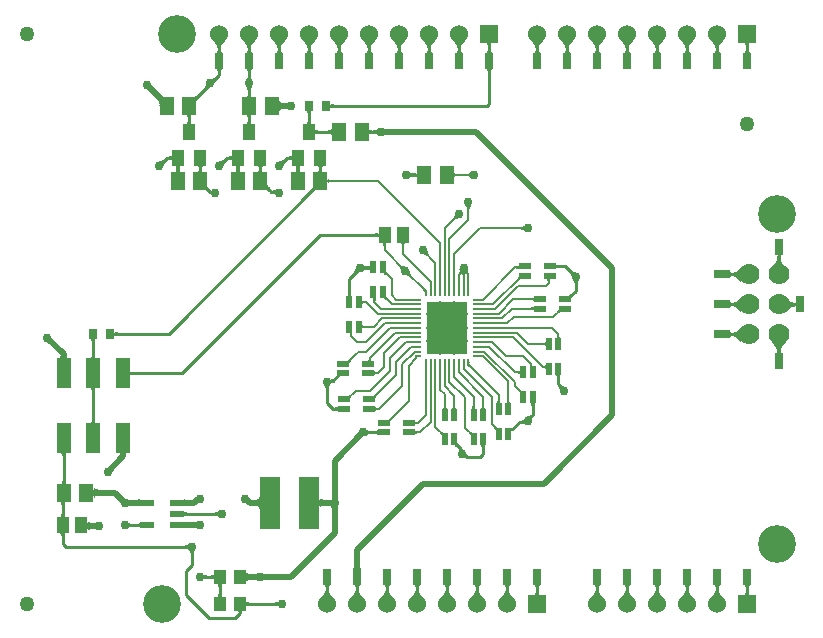
<source format=gtl>
G04*
G04 #@! TF.GenerationSoftware,Altium Limited,Altium Designer,19.1.5 (86)*
G04*
G04 Layer_Physical_Order=1*
G04 Layer_Color=255*
%FSLAX25Y25*%
%MOIN*%
G70*
G01*
G75*
%ADD11C,0.01000*%
%ADD35R,0.05118X0.05906*%
%ADD36C,0.05000*%
%ADD37R,0.02800X0.05600*%
%ADD38R,0.05600X0.02800*%
%ADD39R,0.04331X0.05512*%
%ADD40R,0.02165X0.00787*%
%ADD41R,0.00787X0.02165*%
%ADD42R,0.13780X0.17717*%
%ADD43R,0.03937X0.01968*%
%ADD44R,0.01968X0.03937*%
%ADD45R,0.03937X0.05512*%
%ADD46R,0.04724X0.09843*%
%ADD47R,0.03937X0.04724*%
%ADD48R,0.03150X0.03543*%
%ADD49R,0.07100X0.17700*%
%ADD50R,0.04764X0.02323*%
%ADD51C,0.02000*%
%ADD52C,0.00800*%
%ADD53C,0.07000*%
%ADD54C,0.01968*%
%ADD55R,0.06000X0.06000*%
%ADD56C,0.06000*%
%ADD57C,0.12598*%
%ADD58C,0.03000*%
G36*
X250905Y197002D02*
X250820Y196972D01*
X250745Y196922D01*
X250680Y196852D01*
X250625Y196762D01*
X250580Y196652D01*
X250545Y196522D01*
X250520Y196372D01*
X250505Y196202D01*
X250500Y196012D01*
X249500D01*
X249495Y196202D01*
X249480Y196372D01*
X249455Y196522D01*
X249420Y196652D01*
X249375Y196762D01*
X249320Y196852D01*
X249255Y196922D01*
X249180Y196972D01*
X249095Y197002D01*
X249000Y197012D01*
X251000D01*
X250905Y197002D01*
D02*
G37*
G36*
X164905D02*
X164820Y196972D01*
X164745Y196922D01*
X164680Y196852D01*
X164625Y196762D01*
X164580Y196652D01*
X164545Y196522D01*
X164520Y196372D01*
X164505Y196202D01*
X164500Y196012D01*
X163500D01*
X163495Y196202D01*
X163480Y196372D01*
X163455Y196522D01*
X163420Y196652D01*
X163375Y196762D01*
X163320Y196852D01*
X163255Y196922D01*
X163180Y196972D01*
X163095Y197002D01*
X163000Y197012D01*
X165000D01*
X164905Y197002D01*
D02*
G37*
G36*
X241796Y197549D02*
X241284Y196964D01*
X241076Y196686D01*
X240900Y196420D01*
X240756Y196163D01*
X240644Y195917D01*
X240564Y195682D01*
X240516Y195457D01*
X240500Y195242D01*
X239500D01*
X239484Y195457D01*
X239436Y195682D01*
X239356Y195917D01*
X239244Y196163D01*
X239100Y196420D01*
X238924Y196686D01*
X238716Y196964D01*
X238204Y197549D01*
X237900Y197858D01*
X242100D01*
X241796Y197549D01*
D02*
G37*
G36*
X231796D02*
X231284Y196964D01*
X231076Y196686D01*
X230900Y196420D01*
X230756Y196163D01*
X230644Y195917D01*
X230564Y195682D01*
X230516Y195457D01*
X230500Y195242D01*
X229500D01*
X229484Y195457D01*
X229436Y195682D01*
X229356Y195917D01*
X229244Y196163D01*
X229100Y196420D01*
X228924Y196686D01*
X228716Y196964D01*
X228204Y197549D01*
X227900Y197858D01*
X232100D01*
X231796Y197549D01*
D02*
G37*
G36*
X221796D02*
X221284Y196964D01*
X221076Y196686D01*
X220900Y196420D01*
X220756Y196163D01*
X220644Y195917D01*
X220564Y195682D01*
X220516Y195457D01*
X220500Y195242D01*
X219500D01*
X219484Y195457D01*
X219436Y195682D01*
X219356Y195917D01*
X219244Y196163D01*
X219100Y196420D01*
X218924Y196686D01*
X218716Y196964D01*
X218204Y197549D01*
X217900Y197858D01*
X222100D01*
X221796Y197549D01*
D02*
G37*
G36*
X211796D02*
X211284Y196964D01*
X211076Y196686D01*
X210900Y196420D01*
X210756Y196163D01*
X210644Y195917D01*
X210564Y195682D01*
X210516Y195457D01*
X210500Y195242D01*
X209500D01*
X209484Y195457D01*
X209436Y195682D01*
X209356Y195917D01*
X209244Y196163D01*
X209100Y196420D01*
X208924Y196686D01*
X208716Y196964D01*
X208204Y197549D01*
X207900Y197858D01*
X212100D01*
X211796Y197549D01*
D02*
G37*
G36*
X201796D02*
X201284Y196964D01*
X201076Y196686D01*
X200900Y196420D01*
X200756Y196163D01*
X200644Y195917D01*
X200564Y195682D01*
X200516Y195457D01*
X200500Y195242D01*
X199500D01*
X199484Y195457D01*
X199436Y195682D01*
X199356Y195917D01*
X199244Y196163D01*
X199100Y196420D01*
X198924Y196686D01*
X198716Y196964D01*
X198204Y197549D01*
X197900Y197858D01*
X202100D01*
X201796Y197549D01*
D02*
G37*
G36*
X191796D02*
X191284Y196964D01*
X191076Y196686D01*
X190900Y196420D01*
X190756Y196163D01*
X190644Y195917D01*
X190564Y195682D01*
X190516Y195457D01*
X190500Y195242D01*
X189500D01*
X189484Y195457D01*
X189436Y195682D01*
X189356Y195917D01*
X189244Y196163D01*
X189100Y196420D01*
X188924Y196686D01*
X188716Y196964D01*
X188204Y197549D01*
X187900Y197858D01*
X192100D01*
X191796Y197549D01*
D02*
G37*
G36*
X181796D02*
X181284Y196964D01*
X181076Y196686D01*
X180900Y196420D01*
X180756Y196163D01*
X180644Y195917D01*
X180564Y195682D01*
X180516Y195457D01*
X180500Y195242D01*
X179500D01*
X179484Y195457D01*
X179436Y195682D01*
X179356Y195917D01*
X179244Y196163D01*
X179100Y196420D01*
X178924Y196686D01*
X178716Y196964D01*
X178204Y197549D01*
X177900Y197858D01*
X182100D01*
X181796Y197549D01*
D02*
G37*
G36*
X155796D02*
X155284Y196964D01*
X155076Y196686D01*
X154900Y196420D01*
X154756Y196163D01*
X154644Y195917D01*
X154564Y195682D01*
X154516Y195457D01*
X154500Y195242D01*
X153500D01*
X153484Y195457D01*
X153436Y195682D01*
X153356Y195917D01*
X153244Y196163D01*
X153100Y196420D01*
X152924Y196686D01*
X152716Y196964D01*
X152204Y197549D01*
X151900Y197858D01*
X156100D01*
X155796Y197549D01*
D02*
G37*
G36*
X145796D02*
X145284Y196964D01*
X145076Y196686D01*
X144900Y196420D01*
X144756Y196163D01*
X144644Y195917D01*
X144564Y195682D01*
X144516Y195457D01*
X144500Y195242D01*
X143500D01*
X143484Y195457D01*
X143436Y195682D01*
X143356Y195917D01*
X143244Y196163D01*
X143100Y196420D01*
X142924Y196686D01*
X142716Y196964D01*
X142204Y197549D01*
X141900Y197858D01*
X146100D01*
X145796Y197549D01*
D02*
G37*
G36*
X135796D02*
X135284Y196964D01*
X135076Y196686D01*
X134900Y196420D01*
X134756Y196163D01*
X134644Y195917D01*
X134564Y195682D01*
X134516Y195457D01*
X134500Y195242D01*
X133500D01*
X133484Y195457D01*
X133436Y195682D01*
X133356Y195917D01*
X133244Y196163D01*
X133100Y196420D01*
X132924Y196686D01*
X132716Y196964D01*
X132204Y197549D01*
X131900Y197858D01*
X136100D01*
X135796Y197549D01*
D02*
G37*
G36*
X125796D02*
X125284Y196964D01*
X125076Y196686D01*
X124900Y196420D01*
X124756Y196163D01*
X124644Y195917D01*
X124564Y195682D01*
X124516Y195457D01*
X124500Y195242D01*
X123500D01*
X123484Y195457D01*
X123436Y195682D01*
X123356Y195917D01*
X123244Y196163D01*
X123100Y196420D01*
X122924Y196686D01*
X122716Y196964D01*
X122204Y197549D01*
X121900Y197858D01*
X126100D01*
X125796Y197549D01*
D02*
G37*
G36*
X115796D02*
X115284Y196964D01*
X115076Y196686D01*
X114900Y196420D01*
X114756Y196163D01*
X114644Y195917D01*
X114564Y195682D01*
X114516Y195457D01*
X114500Y195242D01*
X113500D01*
X113484Y195457D01*
X113436Y195682D01*
X113356Y195917D01*
X113244Y196163D01*
X113100Y196420D01*
X112924Y196686D01*
X112716Y196964D01*
X112204Y197549D01*
X111900Y197858D01*
X116100D01*
X115796Y197549D01*
D02*
G37*
G36*
X105796D02*
X105284Y196964D01*
X105076Y196686D01*
X104900Y196420D01*
X104756Y196163D01*
X104644Y195917D01*
X104564Y195682D01*
X104516Y195457D01*
X104500Y195242D01*
X103500D01*
X103484Y195457D01*
X103436Y195682D01*
X103356Y195917D01*
X103244Y196163D01*
X103100Y196420D01*
X102924Y196686D01*
X102716Y196964D01*
X102204Y197549D01*
X101900Y197858D01*
X106100D01*
X105796Y197549D01*
D02*
G37*
G36*
X95796D02*
X95284Y196964D01*
X95076Y196686D01*
X94900Y196420D01*
X94756Y196163D01*
X94644Y195917D01*
X94564Y195682D01*
X94516Y195457D01*
X94500Y195242D01*
X93500D01*
X93484Y195457D01*
X93436Y195682D01*
X93356Y195917D01*
X93244Y196163D01*
X93100Y196420D01*
X92924Y196686D01*
X92716Y196964D01*
X92204Y197549D01*
X91900Y197858D01*
X96100D01*
X95796Y197549D01*
D02*
G37*
G36*
X85796D02*
X85284Y196964D01*
X85076Y196686D01*
X84900Y196420D01*
X84756Y196163D01*
X84644Y195917D01*
X84564Y195682D01*
X84516Y195457D01*
X84500Y195242D01*
X83500D01*
X83484Y195457D01*
X83436Y195682D01*
X83356Y195917D01*
X83244Y196163D01*
X83100Y196420D01*
X82924Y196686D01*
X82716Y196964D01*
X82204Y197549D01*
X81900Y197858D01*
X86100D01*
X85796Y197549D01*
D02*
G37*
G36*
X75796D02*
X75284Y196964D01*
X75076Y196686D01*
X74900Y196420D01*
X74756Y196163D01*
X74644Y195917D01*
X74564Y195682D01*
X74516Y195457D01*
X74500Y195242D01*
X73500D01*
X73484Y195457D01*
X73436Y195682D01*
X73356Y195917D01*
X73244Y196163D01*
X73100Y196420D01*
X72924Y196686D01*
X72716Y196964D01*
X72204Y197549D01*
X71900Y197858D01*
X76100D01*
X75796Y197549D01*
D02*
G37*
G36*
X250505Y194596D02*
X250520Y194424D01*
X250545Y194272D01*
X250580Y194140D01*
X250625Y194029D01*
X250680Y193938D01*
X250745Y193867D01*
X250820Y193816D01*
X250905Y193786D01*
X251000Y193776D01*
X249000D01*
X249095Y193786D01*
X249180Y193816D01*
X249255Y193867D01*
X249320Y193938D01*
X249375Y194029D01*
X249420Y194140D01*
X249455Y194272D01*
X249480Y194424D01*
X249495Y194596D01*
X249500Y194788D01*
X250500D01*
X250505Y194596D01*
D02*
G37*
G36*
X240505D02*
X240520Y194424D01*
X240545Y194272D01*
X240580Y194140D01*
X240625Y194029D01*
X240680Y193938D01*
X240745Y193867D01*
X240820Y193816D01*
X240905Y193786D01*
X241000Y193776D01*
X239000D01*
X239095Y193786D01*
X239180Y193816D01*
X239255Y193867D01*
X239320Y193938D01*
X239375Y194029D01*
X239420Y194140D01*
X239455Y194272D01*
X239480Y194424D01*
X239495Y194596D01*
X239500Y194788D01*
X240500D01*
X240505Y194596D01*
D02*
G37*
G36*
X230505D02*
X230520Y194424D01*
X230545Y194272D01*
X230580Y194140D01*
X230625Y194029D01*
X230680Y193938D01*
X230745Y193867D01*
X230820Y193816D01*
X230905Y193786D01*
X231000Y193776D01*
X229000D01*
X229095Y193786D01*
X229180Y193816D01*
X229255Y193867D01*
X229320Y193938D01*
X229375Y194029D01*
X229420Y194140D01*
X229455Y194272D01*
X229480Y194424D01*
X229495Y194596D01*
X229500Y194788D01*
X230500D01*
X230505Y194596D01*
D02*
G37*
G36*
X220505D02*
X220520Y194424D01*
X220545Y194272D01*
X220580Y194140D01*
X220625Y194029D01*
X220680Y193938D01*
X220745Y193867D01*
X220820Y193816D01*
X220905Y193786D01*
X221000Y193776D01*
X219000D01*
X219095Y193786D01*
X219180Y193816D01*
X219255Y193867D01*
X219320Y193938D01*
X219375Y194029D01*
X219420Y194140D01*
X219455Y194272D01*
X219480Y194424D01*
X219495Y194596D01*
X219500Y194788D01*
X220500D01*
X220505Y194596D01*
D02*
G37*
G36*
X210505D02*
X210520Y194424D01*
X210545Y194272D01*
X210580Y194140D01*
X210625Y194029D01*
X210680Y193938D01*
X210745Y193867D01*
X210820Y193816D01*
X210905Y193786D01*
X211000Y193776D01*
X209000D01*
X209095Y193786D01*
X209180Y193816D01*
X209255Y193867D01*
X209320Y193938D01*
X209375Y194029D01*
X209420Y194140D01*
X209455Y194272D01*
X209480Y194424D01*
X209495Y194596D01*
X209500Y194788D01*
X210500D01*
X210505Y194596D01*
D02*
G37*
G36*
X200505D02*
X200520Y194424D01*
X200545Y194272D01*
X200580Y194140D01*
X200625Y194029D01*
X200680Y193938D01*
X200745Y193867D01*
X200820Y193816D01*
X200905Y193786D01*
X201000Y193776D01*
X199000D01*
X199095Y193786D01*
X199180Y193816D01*
X199255Y193867D01*
X199320Y193938D01*
X199375Y194029D01*
X199420Y194140D01*
X199455Y194272D01*
X199480Y194424D01*
X199495Y194596D01*
X199500Y194788D01*
X200500D01*
X200505Y194596D01*
D02*
G37*
G36*
X190505D02*
X190520Y194424D01*
X190545Y194272D01*
X190580Y194140D01*
X190625Y194029D01*
X190680Y193938D01*
X190745Y193867D01*
X190820Y193816D01*
X190905Y193786D01*
X191000Y193776D01*
X189000D01*
X189095Y193786D01*
X189180Y193816D01*
X189255Y193867D01*
X189320Y193938D01*
X189375Y194029D01*
X189420Y194140D01*
X189455Y194272D01*
X189480Y194424D01*
X189495Y194596D01*
X189500Y194788D01*
X190500D01*
X190505Y194596D01*
D02*
G37*
G36*
X180505D02*
X180520Y194424D01*
X180545Y194272D01*
X180580Y194140D01*
X180625Y194029D01*
X180680Y193938D01*
X180745Y193867D01*
X180820Y193816D01*
X180905Y193786D01*
X181000Y193776D01*
X179000D01*
X179095Y193786D01*
X179180Y193816D01*
X179255Y193867D01*
X179320Y193938D01*
X179375Y194029D01*
X179420Y194140D01*
X179455Y194272D01*
X179480Y194424D01*
X179495Y194596D01*
X179500Y194788D01*
X180500D01*
X180505Y194596D01*
D02*
G37*
G36*
X164505D02*
X164520Y194424D01*
X164545Y194272D01*
X164580Y194140D01*
X164625Y194029D01*
X164680Y193938D01*
X164745Y193867D01*
X164820Y193816D01*
X164905Y193786D01*
X165000Y193776D01*
X163000D01*
X163095Y193786D01*
X163180Y193816D01*
X163255Y193867D01*
X163320Y193938D01*
X163375Y194029D01*
X163420Y194140D01*
X163455Y194272D01*
X163480Y194424D01*
X163495Y194596D01*
X163500Y194788D01*
X164500D01*
X164505Y194596D01*
D02*
G37*
G36*
X154505D02*
X154520Y194424D01*
X154545Y194272D01*
X154580Y194140D01*
X154625Y194029D01*
X154680Y193938D01*
X154745Y193867D01*
X154820Y193816D01*
X154905Y193786D01*
X155000Y193776D01*
X153000D01*
X153095Y193786D01*
X153180Y193816D01*
X153255Y193867D01*
X153320Y193938D01*
X153375Y194029D01*
X153420Y194140D01*
X153455Y194272D01*
X153480Y194424D01*
X153495Y194596D01*
X153500Y194788D01*
X154500D01*
X154505Y194596D01*
D02*
G37*
G36*
X144505D02*
X144520Y194424D01*
X144545Y194272D01*
X144580Y194140D01*
X144625Y194029D01*
X144680Y193938D01*
X144745Y193867D01*
X144820Y193816D01*
X144905Y193786D01*
X145000Y193776D01*
X143000D01*
X143095Y193786D01*
X143180Y193816D01*
X143255Y193867D01*
X143320Y193938D01*
X143375Y194029D01*
X143420Y194140D01*
X143455Y194272D01*
X143480Y194424D01*
X143495Y194596D01*
X143500Y194788D01*
X144500D01*
X144505Y194596D01*
D02*
G37*
G36*
X134505D02*
X134520Y194424D01*
X134545Y194272D01*
X134580Y194140D01*
X134625Y194029D01*
X134680Y193938D01*
X134745Y193867D01*
X134820Y193816D01*
X134905Y193786D01*
X135000Y193776D01*
X133000D01*
X133095Y193786D01*
X133180Y193816D01*
X133255Y193867D01*
X133320Y193938D01*
X133375Y194029D01*
X133420Y194140D01*
X133455Y194272D01*
X133480Y194424D01*
X133495Y194596D01*
X133500Y194788D01*
X134500D01*
X134505Y194596D01*
D02*
G37*
G36*
X124505D02*
X124520Y194424D01*
X124545Y194272D01*
X124580Y194140D01*
X124625Y194029D01*
X124680Y193938D01*
X124745Y193867D01*
X124820Y193816D01*
X124905Y193786D01*
X125000Y193776D01*
X123000D01*
X123095Y193786D01*
X123180Y193816D01*
X123255Y193867D01*
X123320Y193938D01*
X123375Y194029D01*
X123420Y194140D01*
X123455Y194272D01*
X123480Y194424D01*
X123495Y194596D01*
X123500Y194788D01*
X124500D01*
X124505Y194596D01*
D02*
G37*
G36*
X114505D02*
X114520Y194424D01*
X114545Y194272D01*
X114580Y194140D01*
X114625Y194029D01*
X114680Y193938D01*
X114745Y193867D01*
X114820Y193816D01*
X114905Y193786D01*
X115000Y193776D01*
X113000D01*
X113095Y193786D01*
X113180Y193816D01*
X113255Y193867D01*
X113320Y193938D01*
X113375Y194029D01*
X113420Y194140D01*
X113455Y194272D01*
X113480Y194424D01*
X113495Y194596D01*
X113500Y194788D01*
X114500D01*
X114505Y194596D01*
D02*
G37*
G36*
X104505D02*
X104520Y194424D01*
X104545Y194272D01*
X104580Y194140D01*
X104625Y194029D01*
X104680Y193938D01*
X104745Y193867D01*
X104820Y193816D01*
X104905Y193786D01*
X105000Y193776D01*
X103000D01*
X103095Y193786D01*
X103180Y193816D01*
X103255Y193867D01*
X103320Y193938D01*
X103375Y194029D01*
X103420Y194140D01*
X103455Y194272D01*
X103480Y194424D01*
X103495Y194596D01*
X103500Y194788D01*
X104500D01*
X104505Y194596D01*
D02*
G37*
G36*
X94505D02*
X94520Y194424D01*
X94545Y194272D01*
X94580Y194140D01*
X94625Y194029D01*
X94680Y193938D01*
X94745Y193867D01*
X94820Y193816D01*
X94905Y193786D01*
X95000Y193776D01*
X93000D01*
X93095Y193786D01*
X93180Y193816D01*
X93255Y193867D01*
X93320Y193938D01*
X93375Y194029D01*
X93420Y194140D01*
X93455Y194272D01*
X93480Y194424D01*
X93495Y194596D01*
X93500Y194788D01*
X94500D01*
X94505Y194596D01*
D02*
G37*
G36*
X84505D02*
X84520Y194424D01*
X84545Y194272D01*
X84580Y194140D01*
X84625Y194029D01*
X84680Y193938D01*
X84745Y193867D01*
X84820Y193816D01*
X84905Y193786D01*
X85000Y193776D01*
X83000D01*
X83095Y193786D01*
X83180Y193816D01*
X83255Y193867D01*
X83320Y193938D01*
X83375Y194029D01*
X83420Y194140D01*
X83455Y194272D01*
X83480Y194424D01*
X83495Y194596D01*
X83500Y194788D01*
X84500D01*
X84505Y194596D01*
D02*
G37*
G36*
X74505D02*
X74520Y194424D01*
X74545Y194272D01*
X74580Y194140D01*
X74625Y194029D01*
X74680Y193938D01*
X74745Y193867D01*
X74820Y193816D01*
X74905Y193786D01*
X75000Y193776D01*
X73000D01*
X73095Y193786D01*
X73180Y193816D01*
X73255Y193867D01*
X73320Y193938D01*
X73375Y194029D01*
X73420Y194140D01*
X73455Y194272D01*
X73480Y194424D01*
X73495Y194596D01*
X73500Y194788D01*
X74500D01*
X74505Y194596D01*
D02*
G37*
G36*
X164905Y188214D02*
X164820Y188183D01*
X164745Y188133D01*
X164680Y188062D01*
X164625Y187971D01*
X164580Y187860D01*
X164545Y187728D01*
X164520Y187576D01*
X164505Y187404D01*
X164500Y187212D01*
X163500D01*
X163495Y187404D01*
X163480Y187576D01*
X163455Y187728D01*
X163420Y187860D01*
X163375Y187971D01*
X163320Y188062D01*
X163255Y188133D01*
X163180Y188183D01*
X163095Y188214D01*
X163000Y188224D01*
X165000D01*
X164905Y188214D01*
D02*
G37*
G36*
X84905D02*
X84820Y188183D01*
X84745Y188133D01*
X84680Y188062D01*
X84625Y187971D01*
X84580Y187860D01*
X84545Y187728D01*
X84520Y187576D01*
X84505Y187404D01*
X84500Y187212D01*
X83500D01*
X83495Y187404D01*
X83480Y187576D01*
X83455Y187728D01*
X83420Y187860D01*
X83375Y187971D01*
X83320Y188062D01*
X83255Y188133D01*
X83180Y188183D01*
X83095Y188214D01*
X83000Y188224D01*
X85000D01*
X84905Y188214D01*
D02*
G37*
G36*
X74905D02*
X74820Y188183D01*
X74745Y188133D01*
X74680Y188062D01*
X74625Y187971D01*
X74580Y187860D01*
X74545Y187728D01*
X74520Y187576D01*
X74505Y187404D01*
X74500Y187212D01*
X73500D01*
X73495Y187404D01*
X73480Y187576D01*
X73455Y187728D01*
X73420Y187860D01*
X73375Y187971D01*
X73320Y188062D01*
X73255Y188133D01*
X73180Y188183D01*
X73095Y188214D01*
X73000Y188224D01*
X75000D01*
X74905Y188214D01*
D02*
G37*
G36*
X73096Y184783D02*
X73002Y184681D01*
X72917Y184573D01*
X72843Y184460D01*
X72779Y184341D01*
X72725Y184217D01*
X72681Y184088D01*
X72647Y183953D01*
X72623Y183812D01*
X72610Y183666D01*
X72606Y183515D01*
X71106Y183500D01*
X71091Y182000D01*
X70940Y181997D01*
X70794Y181983D01*
X70654Y181959D01*
X70519Y181925D01*
X70389Y181881D01*
X70265Y181827D01*
X70147Y181763D01*
X70033Y181689D01*
X69926Y181605D01*
X69823Y181510D01*
X69116Y182217D01*
X69211Y182319D01*
X69295Y182427D01*
X69370Y182540D01*
X69434Y182659D01*
X69488Y182783D01*
X69532Y182913D01*
X69565Y183047D01*
X69589Y183188D01*
X69603Y183334D01*
X69606Y183485D01*
X71106Y183500D01*
X71121Y185000D01*
X71273Y185003D01*
X71418Y185017D01*
X71559Y185041D01*
X71694Y185075D01*
X71823Y185119D01*
X71947Y185173D01*
X72066Y185237D01*
X72179Y185311D01*
X72287Y185396D01*
X72389Y185490D01*
X73096Y184783D01*
D02*
G37*
G36*
X84505Y185675D02*
X84522Y185539D01*
X84549Y185407D01*
X84588Y185277D01*
X84637Y185152D01*
X84698Y185029D01*
X84769Y184909D01*
X84852Y184793D01*
X84945Y184681D01*
X85050Y184571D01*
X84000Y183500D01*
X85050Y182429D01*
X84945Y182319D01*
X84852Y182206D01*
X84769Y182090D01*
X84698Y181971D01*
X84637Y181849D01*
X84588Y181722D01*
X84549Y181593D01*
X84522Y181461D01*
X84505Y181325D01*
X84500Y181186D01*
X83500D01*
X83495Y181325D01*
X83478Y181461D01*
X83451Y181593D01*
X83412Y181722D01*
X83363Y181849D01*
X83302Y181971D01*
X83231Y182090D01*
X83148Y182206D01*
X83055Y182319D01*
X82950Y182429D01*
X84000Y183500D01*
X82950Y184571D01*
X83055Y184681D01*
X83148Y184793D01*
X83231Y184909D01*
X83302Y185029D01*
X83363Y185152D01*
X83412Y185277D01*
X83451Y185407D01*
X83478Y185539D01*
X83495Y185675D01*
X83500Y185814D01*
X84500D01*
X84505Y185675D01*
D02*
G37*
G36*
X51503Y182900D02*
X51522Y182866D01*
X51553Y182821D01*
X51597Y182765D01*
X51723Y182620D01*
X52127Y182200D01*
X50636Y180864D01*
X49954Y181501D01*
X51498Y182924D01*
X51503Y182900D01*
D02*
G37*
G36*
X84505Y179748D02*
X84520Y179576D01*
X84545Y179425D01*
X84580Y179293D01*
X84625Y179182D01*
X84680Y179091D01*
X84745Y179020D01*
X84820Y178969D01*
X84905Y178939D01*
X85000Y178929D01*
X83000D01*
X83095Y178939D01*
X83180Y178969D01*
X83255Y179020D01*
X83320Y179091D01*
X83375Y179182D01*
X83420Y179293D01*
X83455Y179425D01*
X83480Y179576D01*
X83495Y179748D01*
X83500Y179941D01*
X84500D01*
X84505Y179748D01*
D02*
G37*
G36*
X67254Y178941D02*
X67055Y178735D01*
X66741Y178366D01*
X66627Y178202D01*
X66541Y178054D01*
X66483Y177920D01*
X66454Y177800D01*
X66453Y177694D01*
X66480Y177603D01*
X66535Y177526D01*
X65133Y178929D01*
X65210Y178873D01*
X65301Y178846D01*
X65406Y178848D01*
X65526Y178877D01*
X65660Y178935D01*
X65809Y179021D01*
X65972Y179135D01*
X66149Y179278D01*
X66547Y179648D01*
X67254Y178941D01*
D02*
G37*
G36*
X54383Y179959D02*
X55118Y179337D01*
X55443Y179111D01*
X55740Y178941D01*
X56009Y178828D01*
X56249Y178771D01*
X56462D01*
X56646Y178828D01*
X56801Y178941D01*
X53973Y176112D01*
X54086Y176268D01*
X54142Y176452D01*
Y176664D01*
X54086Y176904D01*
X53973Y177173D01*
X53803Y177470D01*
X53577Y177795D01*
X53294Y178149D01*
X52558Y178941D01*
X53973Y180355D01*
X54383Y179959D01*
D02*
G37*
G36*
X111270Y176905D02*
X111300Y176820D01*
X111351Y176745D01*
X111421Y176680D01*
X111512Y176625D01*
X111624Y176580D01*
X111755Y176545D01*
X111907Y176520D01*
X112079Y176505D01*
X112271Y176500D01*
Y175500D01*
X112079Y175495D01*
X111907Y175480D01*
X111755Y175455D01*
X111624Y175420D01*
X111512Y175375D01*
X111421Y175320D01*
X111351Y175255D01*
X111300Y175180D01*
X111270Y175095D01*
X111259Y175000D01*
Y177000D01*
X111270Y176905D01*
D02*
G37*
G36*
X94047Y177810D02*
X94107Y177640D01*
X94207Y177490D01*
X94347Y177360D01*
X94527Y177250D01*
X94747Y177160D01*
X95007Y177090D01*
X95307Y177040D01*
X95647Y177010D01*
X95997Y177001D01*
X96929Y177050D01*
Y174950D01*
X96911Y174960D01*
X96875Y174968D01*
X96823Y174976D01*
X96668Y174987D01*
X96153Y174999D01*
X96023Y175000D01*
X95647Y174990D01*
X95307Y174960D01*
X95007Y174910D01*
X94747Y174840D01*
X94527Y174750D01*
X94347Y174640D01*
X94207Y174510D01*
X94107Y174360D01*
X94047Y174190D01*
X94027Y174000D01*
Y178000D01*
X94047Y177810D01*
D02*
G37*
G36*
X104905Y174242D02*
X104820Y174212D01*
X104745Y174161D01*
X104680Y174090D01*
X104625Y173999D01*
X104580Y173888D01*
X104545Y173757D01*
X104520Y173605D01*
X104505Y173433D01*
X104500Y173240D01*
X103500D01*
X103495Y173433D01*
X103480Y173605D01*
X103455Y173757D01*
X103420Y173888D01*
X103375Y173999D01*
X103320Y174090D01*
X103255Y174161D01*
X103180Y174212D01*
X103095Y174242D01*
X103000Y174252D01*
X105000D01*
X104905Y174242D01*
D02*
G37*
G36*
X84905Y173061D02*
X84820Y173031D01*
X84745Y172980D01*
X84680Y172909D01*
X84625Y172818D01*
X84580Y172707D01*
X84545Y172575D01*
X84520Y172424D01*
X84505Y172251D01*
X84500Y172059D01*
X83500D01*
X83495Y172251D01*
X83480Y172424D01*
X83455Y172575D01*
X83420Y172707D01*
X83375Y172818D01*
X83320Y172909D01*
X83255Y172980D01*
X83180Y173031D01*
X83095Y173061D01*
X83000Y173071D01*
X85000D01*
X84905Y173061D01*
D02*
G37*
G36*
X64905D02*
X64820Y173031D01*
X64745Y172980D01*
X64680Y172909D01*
X64625Y172818D01*
X64580Y172707D01*
X64545Y172575D01*
X64520Y172424D01*
X64505Y172251D01*
X64500Y172059D01*
X63500D01*
X63495Y172251D01*
X63480Y172424D01*
X63455Y172575D01*
X63420Y172707D01*
X63375Y172818D01*
X63320Y172909D01*
X63255Y172980D01*
X63180Y173031D01*
X63095Y173061D01*
X63000Y173071D01*
X65000D01*
X64905Y173061D01*
D02*
G37*
G36*
X104505Y170882D02*
X104520Y170710D01*
X104545Y170559D01*
X104580Y170427D01*
X104625Y170316D01*
X104680Y170224D01*
X104745Y170154D01*
X104820Y170103D01*
X104905Y170073D01*
X105000Y170063D01*
X103000D01*
X103095Y170073D01*
X103180Y170103D01*
X103255Y170154D01*
X103320Y170224D01*
X103375Y170316D01*
X103420Y170427D01*
X103455Y170559D01*
X103480Y170710D01*
X103495Y170882D01*
X103500Y171075D01*
X104500D01*
X104505Y170882D01*
D02*
G37*
G36*
X84505D02*
X84520Y170710D01*
X84545Y170559D01*
X84580Y170427D01*
X84625Y170316D01*
X84680Y170224D01*
X84745Y170154D01*
X84820Y170103D01*
X84905Y170073D01*
X85000Y170063D01*
X83000D01*
X83095Y170073D01*
X83180Y170103D01*
X83255Y170154D01*
X83320Y170224D01*
X83375Y170316D01*
X83420Y170427D01*
X83455Y170559D01*
X83480Y170710D01*
X83495Y170882D01*
X83500Y171075D01*
X84500D01*
X84505Y170882D01*
D02*
G37*
G36*
X64505D02*
X64520Y170710D01*
X64545Y170559D01*
X64580Y170427D01*
X64625Y170316D01*
X64680Y170224D01*
X64745Y170154D01*
X64820Y170103D01*
X64905Y170073D01*
X65000Y170063D01*
X63000D01*
X63095Y170073D01*
X63180Y170103D01*
X63255Y170154D01*
X63320Y170224D01*
X63375Y170316D01*
X63420Y170427D01*
X63455Y170559D01*
X63480Y170710D01*
X63495Y170882D01*
X63500Y171075D01*
X64500D01*
X64505Y170882D01*
D02*
G37*
G36*
X126929Y167927D02*
X127012Y167932D01*
X127140Y167964D01*
X127234Y167999D01*
X127293Y168038D01*
Y166623D01*
X127234Y166663D01*
X127140Y166698D01*
X127012Y166729D01*
X126929Y166743D01*
Y166281D01*
X126819Y166385D01*
X126707Y166479D01*
X126591Y166561D01*
X126471Y166633D01*
X126348Y166693D01*
X126223Y166743D01*
X126093Y166781D01*
X125961Y166809D01*
X125910Y166815D01*
X125507Y166829D01*
X125134Y166831D01*
Y167831D01*
X125507Y167833D01*
X126032Y167868D01*
X126093Y167880D01*
X126223Y167919D01*
X126348Y167968D01*
X126471Y168029D01*
X126591Y168100D01*
X126707Y168183D01*
X126819Y168276D01*
X126929Y168381D01*
Y167927D01*
D02*
G37*
G36*
X124037Y168236D02*
X124067Y168151D01*
X124117Y168076D01*
X124187Y168011D01*
X124277Y167956D01*
X124387Y167911D01*
X124517Y167876D01*
X124667Y167851D01*
X124837Y167836D01*
X125027Y167831D01*
Y166831D01*
X124837Y166826D01*
X124667Y166811D01*
X124517Y166786D01*
X124387Y166751D01*
X124277Y166706D01*
X124187Y166651D01*
X124117Y166586D01*
X124067Y166511D01*
X124037Y166426D01*
X124027Y166331D01*
Y168331D01*
X124037Y168236D01*
D02*
G37*
G36*
X111465Y166331D02*
X111455Y166426D01*
X111425Y166511D01*
X111374Y166586D01*
X111303Y166651D01*
X111212Y166706D01*
X111101Y166751D01*
X110969Y166786D01*
X110817Y166811D01*
X110645Y166826D01*
X110453Y166831D01*
Y167831D01*
X110645Y167836D01*
X110817Y167851D01*
X110969Y167876D01*
X111101Y167911D01*
X111212Y167956D01*
X111303Y168011D01*
X111374Y168076D01*
X111425Y168151D01*
X111455Y168236D01*
X111465Y168331D01*
Y166331D01*
D02*
G37*
G36*
X105955Y168236D02*
X105985Y168151D01*
X106036Y168076D01*
X106106Y168011D01*
X106198Y167956D01*
X106309Y167911D01*
X106440Y167876D01*
X106592Y167851D01*
X106764Y167836D01*
X106957Y167831D01*
Y166831D01*
X106764Y166826D01*
X106592Y166811D01*
X106440Y166786D01*
X106309Y166751D01*
X106198Y166706D01*
X106106Y166651D01*
X106036Y166586D01*
X105985Y166511D01*
X105955Y166426D01*
X105945Y166331D01*
Y168331D01*
X105955Y168236D01*
D02*
G37*
G36*
X129089Y168371D02*
X129125Y168363D01*
X129177Y168355D01*
X129332Y168343D01*
X129847Y168331D01*
X130018Y168331D01*
Y166331D01*
X129071Y166281D01*
Y168381D01*
X129089Y168371D01*
D02*
G37*
G36*
X98315Y157669D02*
X98305Y157764D01*
X98275Y157849D01*
X98224Y157924D01*
X98153Y157989D01*
X98062Y158044D01*
X97951Y158089D01*
X97820Y158124D01*
X97668Y158149D01*
X97496Y158164D01*
X97303Y158169D01*
Y159169D01*
X97496Y159174D01*
X97668Y159189D01*
X97820Y159214D01*
X97951Y159249D01*
X98062Y159294D01*
X98153Y159349D01*
X98224Y159414D01*
X98275Y159489D01*
X98305Y159574D01*
X98315Y159669D01*
Y157669D01*
D02*
G37*
G36*
X78315D02*
X78305Y157764D01*
X78275Y157849D01*
X78224Y157924D01*
X78153Y157989D01*
X78062Y158044D01*
X77951Y158089D01*
X77820Y158124D01*
X77668Y158149D01*
X77496Y158164D01*
X77303Y158169D01*
Y159169D01*
X77496Y159174D01*
X77668Y159189D01*
X77820Y159214D01*
X77951Y159249D01*
X78062Y159294D01*
X78153Y159349D01*
X78224Y159414D01*
X78275Y159489D01*
X78305Y159574D01*
X78315Y159669D01*
Y157669D01*
D02*
G37*
G36*
X58315D02*
X58305Y157764D01*
X58275Y157849D01*
X58224Y157924D01*
X58153Y157989D01*
X58062Y158044D01*
X57951Y158089D01*
X57819Y158124D01*
X57668Y158149D01*
X57496Y158164D01*
X57303Y158169D01*
Y159169D01*
X57496Y159174D01*
X57668Y159189D01*
X57819Y159214D01*
X57951Y159249D01*
X58062Y159294D01*
X58153Y159349D01*
X58224Y159414D01*
X58275Y159489D01*
X58305Y159574D01*
X58315Y159669D01*
Y157669D01*
D02*
G37*
G36*
X95990Y157283D02*
X95895Y157181D01*
X95811Y157073D01*
X95737Y156960D01*
X95673Y156841D01*
X95619Y156717D01*
X95575Y156588D01*
X95541Y156453D01*
X95517Y156312D01*
X95503Y156166D01*
X95500Y156015D01*
X94015Y157500D01*
X94166Y157503D01*
X94312Y157517D01*
X94453Y157541D01*
X94587Y157575D01*
X94717Y157619D01*
X94841Y157673D01*
X94960Y157737D01*
X95073Y157811D01*
X95181Y157896D01*
X95283Y157990D01*
X95990Y157283D01*
D02*
G37*
G36*
X75990D02*
X75896Y157181D01*
X75811Y157073D01*
X75737Y156960D01*
X75673Y156841D01*
X75619Y156717D01*
X75575Y156588D01*
X75541Y156453D01*
X75517Y156312D01*
X75503Y156166D01*
X75500Y156015D01*
X74015Y157500D01*
X74166Y157503D01*
X74312Y157517D01*
X74453Y157541D01*
X74588Y157575D01*
X74717Y157619D01*
X74841Y157673D01*
X74960Y157737D01*
X75073Y157811D01*
X75181Y157896D01*
X75283Y157990D01*
X75990Y157283D01*
D02*
G37*
G36*
X55990D02*
X55896Y157181D01*
X55811Y157073D01*
X55737Y156960D01*
X55673Y156841D01*
X55619Y156717D01*
X55575Y156588D01*
X55541Y156453D01*
X55517Y156312D01*
X55503Y156166D01*
X55500Y156015D01*
X54015Y157500D01*
X54166Y157503D01*
X54312Y157517D01*
X54453Y157541D01*
X54588Y157575D01*
X54717Y157619D01*
X54841Y157673D01*
X54960Y157737D01*
X55073Y157811D01*
X55181Y157896D01*
X55283Y157990D01*
X55990Y157283D01*
D02*
G37*
G36*
X108645Y155915D02*
X108560Y155885D01*
X108485Y155835D01*
X108420Y155765D01*
X108365Y155675D01*
X108320Y155565D01*
X108285Y155435D01*
X108260Y155285D01*
X108245Y155115D01*
X108240Y154933D01*
X108245Y154748D01*
X108260Y154576D01*
X108285Y154425D01*
X108320Y154293D01*
X108365Y154182D01*
X108420Y154091D01*
X108485Y154020D01*
X108560Y153969D01*
X108645Y153939D01*
X108740Y153929D01*
X106740D01*
X106835Y153939D01*
X106920Y153969D01*
X106995Y154020D01*
X107060Y154091D01*
X107115Y154182D01*
X107160Y154293D01*
X107195Y154425D01*
X107220Y154576D01*
X107235Y154748D01*
X107240Y154933D01*
X107235Y155115D01*
X107220Y155285D01*
X107195Y155435D01*
X107160Y155565D01*
X107115Y155675D01*
X107060Y155765D01*
X106995Y155835D01*
X106920Y155885D01*
X106835Y155915D01*
X106740Y155925D01*
X108740D01*
X108645Y155915D01*
D02*
G37*
G36*
X101165D02*
X101080Y155885D01*
X101005Y155835D01*
X100940Y155765D01*
X100885Y155675D01*
X100840Y155565D01*
X100805Y155435D01*
X100780Y155285D01*
X100765Y155115D01*
X100760Y154933D01*
X100765Y154748D01*
X100780Y154576D01*
X100805Y154425D01*
X100840Y154293D01*
X100885Y154182D01*
X100940Y154091D01*
X101005Y154020D01*
X101080Y153969D01*
X101165Y153939D01*
X101260Y153929D01*
X99260D01*
X99355Y153939D01*
X99440Y153969D01*
X99515Y154020D01*
X99580Y154091D01*
X99635Y154182D01*
X99680Y154293D01*
X99715Y154425D01*
X99740Y154576D01*
X99755Y154748D01*
X99760Y154933D01*
X99755Y155115D01*
X99740Y155285D01*
X99715Y155435D01*
X99680Y155565D01*
X99635Y155675D01*
X99580Y155765D01*
X99515Y155835D01*
X99440Y155885D01*
X99355Y155915D01*
X99260Y155925D01*
X101260D01*
X101165Y155915D01*
D02*
G37*
G36*
X88645D02*
X88560Y155885D01*
X88485Y155835D01*
X88420Y155765D01*
X88365Y155675D01*
X88320Y155565D01*
X88285Y155435D01*
X88260Y155285D01*
X88245Y155115D01*
X88240Y154933D01*
X88245Y154748D01*
X88260Y154576D01*
X88285Y154425D01*
X88320Y154293D01*
X88365Y154182D01*
X88420Y154091D01*
X88485Y154020D01*
X88560Y153969D01*
X88645Y153939D01*
X88740Y153929D01*
X86740D01*
X86835Y153939D01*
X86920Y153969D01*
X86995Y154020D01*
X87060Y154091D01*
X87115Y154182D01*
X87160Y154293D01*
X87195Y154425D01*
X87220Y154576D01*
X87235Y154748D01*
X87240Y154933D01*
X87235Y155115D01*
X87220Y155285D01*
X87195Y155435D01*
X87160Y155565D01*
X87115Y155675D01*
X87060Y155765D01*
X86995Y155835D01*
X86920Y155885D01*
X86835Y155915D01*
X86740Y155925D01*
X88740D01*
X88645Y155915D01*
D02*
G37*
G36*
X81165D02*
X81080Y155885D01*
X81005Y155835D01*
X80940Y155765D01*
X80885Y155675D01*
X80840Y155565D01*
X80805Y155435D01*
X80780Y155285D01*
X80765Y155115D01*
X80760Y154933D01*
X80765Y154748D01*
X80780Y154576D01*
X80805Y154425D01*
X80840Y154293D01*
X80885Y154182D01*
X80940Y154091D01*
X81005Y154020D01*
X81080Y153969D01*
X81165Y153939D01*
X81260Y153929D01*
X79260D01*
X79355Y153939D01*
X79440Y153969D01*
X79515Y154020D01*
X79580Y154091D01*
X79635Y154182D01*
X79680Y154293D01*
X79715Y154425D01*
X79740Y154576D01*
X79755Y154748D01*
X79760Y154933D01*
X79755Y155115D01*
X79740Y155285D01*
X79715Y155435D01*
X79680Y155565D01*
X79635Y155675D01*
X79580Y155765D01*
X79515Y155835D01*
X79440Y155885D01*
X79355Y155915D01*
X79260Y155925D01*
X81260D01*
X81165Y155915D01*
D02*
G37*
G36*
X68645D02*
X68560Y155885D01*
X68485Y155835D01*
X68420Y155765D01*
X68365Y155675D01*
X68320Y155565D01*
X68285Y155435D01*
X68260Y155285D01*
X68245Y155115D01*
X68240Y154933D01*
X68245Y154748D01*
X68260Y154576D01*
X68285Y154425D01*
X68320Y154293D01*
X68365Y154182D01*
X68420Y154091D01*
X68485Y154020D01*
X68560Y153969D01*
X68645Y153939D01*
X68740Y153929D01*
X66740D01*
X66835Y153939D01*
X66920Y153969D01*
X66995Y154020D01*
X67060Y154091D01*
X67115Y154182D01*
X67160Y154293D01*
X67195Y154425D01*
X67220Y154576D01*
X67235Y154748D01*
X67240Y154933D01*
X67235Y155115D01*
X67220Y155285D01*
X67195Y155435D01*
X67160Y155565D01*
X67115Y155675D01*
X67060Y155765D01*
X66995Y155835D01*
X66920Y155885D01*
X66835Y155915D01*
X66740Y155925D01*
X68740D01*
X68645Y155915D01*
D02*
G37*
G36*
X61165D02*
X61080Y155885D01*
X61005Y155835D01*
X60940Y155765D01*
X60885Y155675D01*
X60840Y155565D01*
X60805Y155435D01*
X60780Y155285D01*
X60765Y155115D01*
X60760Y154933D01*
X60765Y154748D01*
X60780Y154576D01*
X60805Y154425D01*
X60840Y154293D01*
X60885Y154182D01*
X60940Y154091D01*
X61005Y154020D01*
X61080Y153969D01*
X61165Y153939D01*
X61260Y153929D01*
X59260D01*
X59355Y153939D01*
X59440Y153969D01*
X59515Y154020D01*
X59580Y154091D01*
X59635Y154182D01*
X59680Y154293D01*
X59715Y154425D01*
X59740Y154576D01*
X59755Y154748D01*
X59760Y154933D01*
X59755Y155115D01*
X59740Y155285D01*
X59715Y155435D01*
X59680Y155565D01*
X59635Y155675D01*
X59580Y155765D01*
X59515Y155835D01*
X59440Y155885D01*
X59355Y155915D01*
X59260Y155925D01*
X61260D01*
X61165Y155915D01*
D02*
G37*
G36*
X152358Y153724D02*
X152382Y153656D01*
X152422Y153596D01*
X152478Y153544D01*
X152550Y153500D01*
X152638Y153464D01*
X152742Y153436D01*
X152862Y153416D01*
X152998Y153404D01*
X153150Y153400D01*
Y152600D01*
X152998Y152596D01*
X152862Y152584D01*
X152742Y152564D01*
X152638Y152536D01*
X152550Y152500D01*
X152478Y152456D01*
X152422Y152404D01*
X152382Y152344D01*
X152358Y152276D01*
X152350Y152200D01*
Y153800D01*
X152358Y153724D01*
D02*
G37*
G36*
X139788Y152000D02*
X139778Y152095D01*
X139747Y152180D01*
X139697Y152255D01*
X139626Y152320D01*
X139535Y152375D01*
X139424Y152420D01*
X139292Y152455D01*
X139140Y152480D01*
X138968Y152495D01*
X138776Y152500D01*
Y153500D01*
X138968Y153505D01*
X139140Y153520D01*
X139292Y153545D01*
X139424Y153580D01*
X139535Y153625D01*
X139626Y153680D01*
X139697Y153745D01*
X139747Y153820D01*
X139778Y153905D01*
X139788Y154000D01*
Y152000D01*
D02*
G37*
G36*
X157929Y151950D02*
X157801Y152074D01*
X157674Y152184D01*
X157546Y152281D01*
X157419Y152366D01*
X157292Y152437D01*
X157164Y152496D01*
X157037Y152541D01*
X156909Y152574D01*
X156782Y152594D01*
X156654Y152600D01*
Y153400D01*
X156782Y153407D01*
X156909Y153426D01*
X157037Y153458D01*
X157164Y153504D01*
X157292Y153562D01*
X157419Y153634D01*
X157546Y153718D01*
X157674Y153816D01*
X157801Y153927D01*
X157929Y154050D01*
Y151950D01*
D02*
G37*
G36*
X137456Y153946D02*
X137569Y153852D01*
X137685Y153770D01*
X137804Y153698D01*
X137927Y153638D01*
X138053Y153588D01*
X138182Y153550D01*
X138315Y153522D01*
X138451Y153506D01*
X138590Y153500D01*
Y152500D01*
X138451Y152495D01*
X138315Y152478D01*
X138182Y152451D01*
X138053Y152412D01*
X137927Y152363D01*
X137804Y152302D01*
X137685Y152231D01*
X137569Y152148D01*
X137456Y152055D01*
X137347Y151950D01*
Y154050D01*
X137456Y153946D01*
D02*
G37*
G36*
X110283Y151724D02*
X110308Y151656D01*
X110348Y151596D01*
X110405Y151544D01*
X110478Y151500D01*
X110567Y151464D01*
X110673Y151436D01*
X110795Y151416D01*
X110933Y151404D01*
X111087Y151400D01*
Y150600D01*
X110933Y150596D01*
X110795Y150584D01*
X110673Y150564D01*
X110567Y150536D01*
X110478Y150500D01*
X110405Y150456D01*
X110348Y150404D01*
X110308Y150344D01*
X110283Y150276D01*
X110275Y150200D01*
Y151800D01*
X110283Y151724D01*
D02*
G37*
G36*
X106607Y148059D02*
X106529Y148116D01*
X106438Y148144D01*
X106332D01*
X106211Y148116D01*
X106077Y148059D01*
X105929Y147974D01*
X105766Y147861D01*
X105589Y147720D01*
X105193Y147352D01*
X104486Y148059D01*
X104684Y148264D01*
X104995Y148632D01*
X105108Y148795D01*
X105193Y148943D01*
X105250Y149077D01*
X105278Y149198D01*
Y149304D01*
X105250Y149396D01*
X105193Y149474D01*
X106607Y148059D01*
D02*
G37*
G36*
X90241Y149769D02*
X90238Y149654D01*
X90267Y149521D01*
X90327Y149371D01*
X90418Y149203D01*
X90541Y149017D01*
X90696Y148814D01*
X91099Y148355D01*
X91348Y148099D01*
X90681Y147352D01*
X90457Y147569D01*
X90065Y147906D01*
X89896Y148026D01*
X89745Y148114D01*
X89613Y148170D01*
X89499Y148194D01*
X89403Y148185D01*
X89326Y148144D01*
X89267Y148071D01*
X90275Y149867D01*
X90241Y149769D01*
D02*
G37*
G36*
X70225Y149342D02*
X70202Y149257D01*
X70207Y149158D01*
X70238Y149044D01*
X70297Y148916D01*
X70382Y148773D01*
X70494Y148616D01*
X70634Y148445D01*
X70994Y148059D01*
X70287Y147352D01*
X70087Y147546D01*
X69730Y147852D01*
X69573Y147965D01*
X69431Y148050D01*
X69303Y148108D01*
X69189Y148140D01*
X69090Y148144D01*
X69005Y148121D01*
X68934Y148071D01*
X70275Y149412D01*
X70225Y149342D01*
D02*
G37*
G36*
X92696Y146258D02*
X92621Y146377D01*
X92539Y146483D01*
X92449Y146577D01*
X92351Y146658D01*
X92246Y146727D01*
X92133Y146783D01*
X92012Y146826D01*
X91884Y146858D01*
X91748Y146876D01*
X91605Y146883D01*
X91887Y147883D01*
X92020Y147887D01*
X92153Y147899D01*
X92287Y147919D01*
X92421Y147948D01*
X92555Y147984D01*
X92690Y148029D01*
X92825Y148082D01*
X93096Y148211D01*
X93232Y148289D01*
X92696Y146258D01*
D02*
G37*
G36*
X158013Y142801D02*
X157903Y142674D01*
X157805Y142546D01*
X157721Y142419D01*
X157649Y142292D01*
X157591Y142164D01*
X157545Y142037D01*
X157513Y141909D01*
X157493Y141782D01*
X157487Y141654D01*
X156687D01*
X156680Y141782D01*
X156661Y141909D01*
X156628Y142037D01*
X156583Y142164D01*
X156524Y142292D01*
X156453Y142419D01*
X156368Y142546D01*
X156271Y142674D01*
X156160Y142801D01*
X156037Y142929D01*
X158137D01*
X158013Y142801D01*
D02*
G37*
G36*
X153985Y138500D02*
X153808Y138497D01*
X153639Y138485D01*
X153480Y138464D01*
X153330Y138434D01*
X153190Y138394D01*
X153058Y138346D01*
X152936Y138287D01*
X152823Y138220D01*
X152719Y138144D01*
X152624Y138058D01*
X152058Y138624D01*
X152144Y138719D01*
X152220Y138823D01*
X152287Y138936D01*
X152346Y139058D01*
X152394Y139190D01*
X152434Y139330D01*
X152464Y139480D01*
X152485Y139639D01*
X152497Y139808D01*
X152500Y139985D01*
X153985Y138500D01*
D02*
G37*
G36*
X175929Y134163D02*
X175801Y134286D01*
X175674Y134397D01*
X175547Y134494D01*
X175419Y134579D01*
X175292Y134650D01*
X175164Y134709D01*
X175037Y134754D01*
X174909Y134787D01*
X174782Y134806D01*
X174654Y134813D01*
Y135613D01*
X174782Y135619D01*
X174909Y135639D01*
X175037Y135671D01*
X175164Y135717D01*
X175292Y135775D01*
X175419Y135847D01*
X175547Y135931D01*
X175674Y136029D01*
X175801Y136139D01*
X175929Y136263D01*
Y134163D01*
D02*
G37*
G36*
X127004Y132000D02*
X126994Y132095D01*
X126964Y132180D01*
X126914Y132255D01*
X126844Y132320D01*
X126754Y132375D01*
X126644Y132420D01*
X126514Y132455D01*
X126364Y132480D01*
X126194Y132495D01*
X126004Y132500D01*
Y133500D01*
X126194Y133505D01*
X126364Y133520D01*
X126514Y133545D01*
X126644Y133580D01*
X126754Y133625D01*
X126844Y133680D01*
X126914Y133745D01*
X126964Y133820D01*
X126994Y133905D01*
X127004Y134000D01*
Y132000D01*
D02*
G37*
G36*
X135984Y130260D02*
X135916Y130236D01*
X135856Y130195D01*
X135804Y130138D01*
X135760Y130065D01*
X135724Y129976D01*
X135696Y129870D01*
X135676Y129748D01*
X135664Y129610D01*
X135660Y129456D01*
X134860D01*
X134856Y129610D01*
X134844Y129748D01*
X134824Y129870D01*
X134796Y129976D01*
X134760Y130065D01*
X134716Y130138D01*
X134664Y130195D01*
X134604Y130236D01*
X134536Y130260D01*
X134460Y130268D01*
X136060D01*
X135984Y130260D01*
D02*
G37*
G36*
X129882D02*
X129814Y130236D01*
X129753Y130195D01*
X129701Y130138D01*
X129657Y130065D01*
X129622Y129976D01*
X129594Y129870D01*
X129574Y129748D01*
X129561Y129610D01*
X129558Y129456D01*
X128758D01*
X128753Y129610D01*
X128742Y129748D01*
X128721Y129870D01*
X128693Y129976D01*
X128657Y130065D01*
X128613Y130138D01*
X128561Y130195D01*
X128501Y130236D01*
X128434Y130260D01*
X128358Y130268D01*
X129957D01*
X129882Y130260D01*
D02*
G37*
G36*
X143503Y127650D02*
X143515Y127482D01*
X143536Y127323D01*
X143566Y127173D01*
X143606Y127032D01*
X143655Y126901D01*
X143712Y126778D01*
X143780Y126665D01*
X143856Y126561D01*
X143941Y126467D01*
X143376Y125901D01*
X143281Y125987D01*
X143177Y126063D01*
X143064Y126130D01*
X142942Y126188D01*
X142810Y126237D01*
X142670Y126276D01*
X142520Y126307D01*
X142361Y126328D01*
X142192Y126340D01*
X142015Y126343D01*
X143500Y127828D01*
X143503Y127650D01*
D02*
G37*
G36*
X261456Y126017D02*
X261371Y125987D01*
X261296Y125936D01*
X261231Y125865D01*
X261176Y125774D01*
X261131Y125663D01*
X261096Y125531D01*
X261071Y125379D01*
X261060Y125255D01*
X261071Y125129D01*
X261129Y124876D01*
X261227Y124607D01*
X261363Y124323D01*
X261539Y124024D01*
X261753Y123710D01*
X262007Y123381D01*
X262631Y122677D01*
X263001Y122303D01*
X258101D01*
X258472Y122677D01*
X259096Y123381D01*
X259349Y123710D01*
X259564Y124024D01*
X259739Y124323D01*
X259876Y124607D01*
X259973Y124876D01*
X260032Y125129D01*
X260042Y125255D01*
X260031Y125379D01*
X260006Y125531D01*
X259971Y125663D01*
X259926Y125774D01*
X259871Y125865D01*
X259806Y125936D01*
X259731Y125987D01*
X259646Y126017D01*
X259551Y126027D01*
X261551D01*
X261456Y126017D01*
D02*
G37*
G36*
X186100Y123457D02*
X186130Y123377D01*
X186180Y123306D01*
X186250Y123245D01*
X186340Y123193D01*
X186450Y123150D01*
X186580Y123117D01*
X186730Y123094D01*
X186900Y123080D01*
X187090Y123075D01*
Y122075D01*
X186900Y122070D01*
X186730Y122056D01*
X186580Y122032D01*
X186450Y121999D01*
X186340Y121957D01*
X186250Y121905D01*
X186180Y121843D01*
X186130Y121773D01*
X186100Y121692D01*
X186090Y121602D01*
Y123547D01*
X186100Y123457D01*
D02*
G37*
G36*
X173910Y121602D02*
X173902Y121632D01*
X173878Y121658D01*
X173838Y121681D01*
X173782Y121701D01*
X173710Y121718D01*
X173622Y121732D01*
X173518Y121743D01*
X173262Y121755D01*
X173110Y121757D01*
Y122557D01*
X173263Y122561D01*
X173401Y122573D01*
X173522Y122593D01*
X173628Y122621D01*
X173717Y122657D01*
X173790Y122701D01*
X173847Y122753D01*
X173888Y122813D01*
X173913Y122881D01*
X173922Y122957D01*
X173910Y121602D01*
D02*
G37*
G36*
X134719Y122856D02*
X134823Y122780D01*
X134936Y122713D01*
X135058Y122654D01*
X135190Y122606D01*
X135330Y122566D01*
X135480Y122536D01*
X135639Y122515D01*
X135808Y122503D01*
X135985Y122500D01*
X134500Y121015D01*
X134497Y121192D01*
X134485Y121361D01*
X134464Y121520D01*
X134434Y121670D01*
X134394Y121810D01*
X134345Y121942D01*
X134288Y122064D01*
X134220Y122177D01*
X134144Y122281D01*
X134058Y122376D01*
X134624Y122942D01*
X134719Y122856D01*
D02*
G37*
G36*
X124453Y121000D02*
X124443Y121095D01*
X124413Y121180D01*
X124363Y121255D01*
X124293Y121320D01*
X124203Y121375D01*
X124093Y121420D01*
X123963Y121455D01*
X123813Y121480D01*
X123643Y121495D01*
X123453Y121500D01*
Y122500D01*
X123643Y122505D01*
X123813Y122520D01*
X123963Y122545D01*
X124093Y122580D01*
X124203Y122625D01*
X124293Y122680D01*
X124363Y122745D01*
X124413Y122820D01*
X124443Y122905D01*
X124453Y123000D01*
Y121000D01*
D02*
G37*
G36*
X122181Y122945D02*
X122293Y122852D01*
X122409Y122769D01*
X122529Y122698D01*
X122652Y122637D01*
X122777Y122588D01*
X122907Y122549D01*
X123039Y122522D01*
X123175Y122505D01*
X123314Y122500D01*
Y121500D01*
X123175Y121494D01*
X123039Y121478D01*
X122907Y121450D01*
X122777Y121412D01*
X122652Y121362D01*
X122529Y121302D01*
X122409Y121230D01*
X122293Y121148D01*
X122181Y121054D01*
X122071Y120950D01*
Y123050D01*
X122181Y122945D01*
D02*
G37*
G36*
X156936Y121410D02*
X156910Y121261D01*
X156898Y121118D01*
X156901Y120981D01*
X156919Y120851D01*
X156950Y120726D01*
X156997Y120607D01*
X157058Y120495D01*
X157133Y120388D01*
X157223Y120288D01*
X156485Y119895D01*
X156401Y119972D01*
X156306Y120047D01*
X156199Y120119D01*
X156081Y120189D01*
X156046Y120207D01*
X156023Y120158D01*
X155977Y120031D01*
X155944Y119904D01*
X155925Y119776D01*
X155918Y119648D01*
X155118Y119661D01*
X155112Y119788D01*
X155092Y119915D01*
X155060Y120043D01*
X155015Y120171D01*
X155008Y120188D01*
X154883Y120119D01*
X154777Y120047D01*
X154681Y119972D01*
X154598Y119895D01*
X153859Y120288D01*
X153949Y120388D01*
X154025Y120495D01*
X154086Y120607D01*
X154132Y120726D01*
X154164Y120851D01*
X154181Y120981D01*
X154184Y121118D01*
X154173Y121261D01*
X154146Y121410D01*
X154106Y121565D01*
X155259Y120933D01*
X155807Y120925D01*
X156977Y121565D01*
X156936Y121410D01*
D02*
G37*
G36*
X248052Y117353D02*
X247677Y117724D01*
X246973Y118348D01*
X246644Y118601D01*
X246330Y118816D01*
X246031Y118991D01*
X245747Y119128D01*
X245479Y119225D01*
X245225Y119284D01*
X245099Y119294D01*
X244975Y119283D01*
X244823Y119258D01*
X244691Y119223D01*
X244580Y119178D01*
X244489Y119123D01*
X244418Y119058D01*
X244368Y118983D01*
X244337Y118898D01*
X244327Y118803D01*
Y120803D01*
X244337Y120708D01*
X244368Y120623D01*
X244418Y120548D01*
X244489Y120483D01*
X244580Y120428D01*
X244691Y120383D01*
X244823Y120348D01*
X244975Y120323D01*
X245099Y120312D01*
X245225Y120323D01*
X245479Y120381D01*
X245747Y120479D01*
X246031Y120615D01*
X246330Y120791D01*
X246644Y121005D01*
X246973Y121259D01*
X247677Y121883D01*
X248052Y122253D01*
Y117353D01*
D02*
G37*
G36*
X120985Y120500D02*
X120834Y120497D01*
X120688Y120483D01*
X120547Y120459D01*
X120413Y120425D01*
X120283Y120381D01*
X120159Y120327D01*
X120040Y120263D01*
X119927Y120189D01*
X119819Y120105D01*
X119717Y120010D01*
X119010Y120717D01*
X119105Y120819D01*
X119189Y120927D01*
X119263Y121040D01*
X119327Y121159D01*
X119381Y121283D01*
X119425Y121413D01*
X119459Y121547D01*
X119483Y121688D01*
X119497Y121834D01*
X119500Y121985D01*
X120985Y120500D01*
D02*
G37*
G36*
X129491Y121248D02*
X129470Y121175D01*
X129471Y121091D01*
X129495Y120995D01*
X129541Y120887D01*
X129610Y120769D01*
X129702Y120638D01*
X129816Y120496D01*
X130113Y120177D01*
X129547Y119612D01*
X129382Y119771D01*
X129086Y120023D01*
X128956Y120114D01*
X128837Y120183D01*
X128730Y120230D01*
X128634Y120254D01*
X128550Y120255D01*
X128477Y120233D01*
X128416Y120189D01*
X129535Y121309D01*
X129491Y121248D01*
D02*
G37*
G36*
X137510Y120880D02*
X137557Y120549D01*
X137593Y120397D01*
X137637Y120256D01*
X137689Y120124D01*
X137749Y120002D01*
X137817Y119889D01*
X137894Y119786D01*
X137978Y119693D01*
X137442Y119098D01*
X137346Y119185D01*
X137241Y119261D01*
X137128Y119327D01*
X137005Y119383D01*
X136875Y119428D01*
X136735Y119464D01*
X136587Y119489D01*
X136430Y119504D01*
X136264Y119508D01*
X136090Y119503D01*
X137499Y121060D01*
X137510Y120880D01*
D02*
G37*
G36*
X191819Y120896D02*
X191927Y120811D01*
X192040Y120737D01*
X192159Y120673D01*
X192283Y120619D01*
X192412Y120575D01*
X192547Y120541D01*
X192688Y120517D01*
X192834Y120503D01*
X192985Y120500D01*
X191500Y119015D01*
X191497Y119166D01*
X191483Y119312D01*
X191459Y119453D01*
X191425Y119588D01*
X191381Y119717D01*
X191327Y119841D01*
X191263Y119960D01*
X191189Y120073D01*
X191104Y120181D01*
X191010Y120283D01*
X191717Y120990D01*
X191819Y120896D01*
D02*
G37*
G36*
X175041Y118465D02*
X174980Y118509D01*
X174907Y118530D01*
X174823Y118529D01*
X174727Y118505D01*
X174620Y118459D01*
X174501Y118390D01*
X174370Y118298D01*
X174228Y118184D01*
X173910Y117887D01*
X173344Y118453D01*
X173503Y118618D01*
X173755Y118914D01*
X173847Y119044D01*
X173916Y119163D01*
X173962Y119270D01*
X173986Y119366D01*
X173987Y119450D01*
X173966Y119523D01*
X173922Y119584D01*
X175041Y118465D01*
D02*
G37*
G36*
X184581Y118457D02*
X184513Y118432D01*
X184453Y118392D01*
X184402Y118335D01*
X184358Y118262D01*
X184321Y118173D01*
X184293Y118067D01*
X184274Y117945D01*
X184262Y117807D01*
X184257Y117653D01*
X183458D01*
X183454Y117807D01*
X183441Y117945D01*
X183422Y118067D01*
X183394Y118173D01*
X183358Y118262D01*
X183314Y118335D01*
X183262Y118392D01*
X183202Y118432D01*
X183133Y118457D01*
X183057Y118465D01*
X184658D01*
X184581Y118457D01*
D02*
G37*
G36*
X193946Y117819D02*
X193852Y117707D01*
X193770Y117590D01*
X193698Y117471D01*
X193638Y117349D01*
X193588Y117222D01*
X193550Y117093D01*
X193522Y116961D01*
X193506Y116825D01*
X193500Y116686D01*
X192500D01*
X192494Y116825D01*
X192478Y116961D01*
X192450Y117093D01*
X192412Y117222D01*
X192362Y117349D01*
X192302Y117471D01*
X192230Y117590D01*
X192148Y117707D01*
X192054Y117819D01*
X191950Y117929D01*
X194050D01*
X193946Y117819D01*
D02*
G37*
G36*
X142629Y115045D02*
X142996Y114728D01*
X143070Y114677D01*
X143137Y114637D01*
X143197Y114609D01*
X143249Y114592D01*
X143295Y114586D01*
X142532Y113443D01*
X142567Y113515D01*
X142581Y113596D01*
X142576Y113687D01*
X142550Y113786D01*
X142503Y113895D01*
X142437Y114013D01*
X142350Y114139D01*
X142242Y114275D01*
X142114Y114420D01*
X141966Y114574D01*
X142519Y115152D01*
X142629Y115045D01*
D02*
G37*
G36*
X117930Y113389D02*
X117944Y113219D01*
X117968Y113069D01*
X118001Y112939D01*
X118043Y112829D01*
X118095Y112739D01*
X118157Y112669D01*
X118227Y112619D01*
X118308Y112589D01*
X118397Y112578D01*
X116453D01*
X116543Y112589D01*
X116623Y112619D01*
X116694Y112669D01*
X116755Y112739D01*
X116807Y112829D01*
X116850Y112939D01*
X116883Y113069D01*
X116906Y113219D01*
X116920Y113389D01*
X116925Y113578D01*
X117925D01*
X117930Y113389D01*
D02*
G37*
G36*
X191797Y112547D02*
X191600Y112342D01*
X191288Y111974D01*
X191175Y111812D01*
X191090Y111663D01*
X191034Y111529D01*
X191006Y111409D01*
Y111302D01*
X191034Y111211D01*
X191090Y111133D01*
X189676Y112547D01*
X189754Y112490D01*
X189846Y112462D01*
X189952D01*
X190072Y112490D01*
X190207Y112547D01*
X190355Y112632D01*
X190518Y112745D01*
X190694Y112887D01*
X191090Y113254D01*
X191797Y112547D01*
D02*
G37*
G36*
X129491Y112980D02*
X129470Y112907D01*
X129471Y112823D01*
X129495Y112727D01*
X129541Y112620D01*
X129610Y112501D01*
X129702Y112370D01*
X129816Y112228D01*
X130113Y111910D01*
X129547Y111344D01*
X129382Y111504D01*
X129086Y111755D01*
X128956Y111847D01*
X128837Y111916D01*
X128730Y111962D01*
X128634Y111986D01*
X128550Y111987D01*
X128477Y111966D01*
X128416Y111922D01*
X129535Y113041D01*
X129491Y112980D01*
D02*
G37*
G36*
X126398Y111910D02*
X126346Y111902D01*
X126300Y111878D01*
X126260Y111838D01*
X126225Y111782D01*
X126195Y111710D01*
X126171Y111622D01*
X126152Y111518D01*
X126138Y111398D01*
X126130Y111262D01*
X126128Y111110D01*
X125328D01*
X125324Y111263D01*
X125312Y111401D01*
X125292Y111522D01*
X125264Y111628D01*
X125228Y111717D01*
X125184Y111790D01*
X125132Y111847D01*
X125072Y111888D01*
X125004Y111913D01*
X124928Y111922D01*
X126398Y111910D01*
D02*
G37*
G36*
X178922Y110775D02*
X178913Y110851D01*
X178889Y110919D01*
X178849Y110979D01*
X178792Y111031D01*
X178719Y111075D01*
X178629Y111111D01*
X178524Y111139D01*
X178402Y111159D01*
X178264Y111171D01*
X178110Y111175D01*
Y111975D01*
X178264Y111979D01*
X178402Y111991D01*
X178524Y112011D01*
X178629Y112039D01*
X178719Y112075D01*
X178792Y112119D01*
X178849Y112171D01*
X178889Y112231D01*
X178913Y112299D01*
X178922Y112375D01*
Y110775D01*
D02*
G37*
G36*
X248052Y107353D02*
X247677Y107724D01*
X246973Y108348D01*
X246644Y108601D01*
X246330Y108816D01*
X246031Y108991D01*
X245747Y109128D01*
X245479Y109225D01*
X245225Y109284D01*
X245099Y109294D01*
X244975Y109283D01*
X244823Y109258D01*
X244691Y109223D01*
X244580Y109178D01*
X244489Y109123D01*
X244418Y109058D01*
X244368Y108983D01*
X244337Y108898D01*
X244327Y108803D01*
Y110803D01*
X244337Y110708D01*
X244368Y110623D01*
X244418Y110548D01*
X244489Y110483D01*
X244580Y110428D01*
X244691Y110383D01*
X244823Y110348D01*
X244975Y110323D01*
X245099Y110312D01*
X245225Y110323D01*
X245479Y110381D01*
X245747Y110479D01*
X246031Y110615D01*
X246330Y110791D01*
X246644Y111005D01*
X246973Y111259D01*
X247677Y111883D01*
X248052Y112253D01*
Y107353D01*
D02*
G37*
G36*
X121543Y111346D02*
X121567Y111278D01*
X121608Y111218D01*
X121665Y111166D01*
X121738Y111122D01*
X121827Y111086D01*
X121933Y111058D01*
X122055Y111038D01*
X122193Y111026D01*
X122347Y111022D01*
Y110222D01*
X122193Y110218D01*
X122055Y110206D01*
X121933Y110186D01*
X121827Y110158D01*
X121738Y110122D01*
X121665Y110078D01*
X121608Y110026D01*
X121567Y109966D01*
X121543Y109898D01*
X121535Y109822D01*
Y111422D01*
X121543Y111346D01*
D02*
G37*
G36*
X263425Y111883D02*
X264129Y111259D01*
X264458Y111005D01*
X264773Y110791D01*
X265071Y110615D01*
X265355Y110479D01*
X265624Y110381D01*
X265692Y110365D01*
X265760Y110383D01*
X265871Y110428D01*
X265962Y110483D01*
X266033Y110548D01*
X266084Y110623D01*
X266114Y110708D01*
X266124Y110803D01*
Y108803D01*
X266114Y108898D01*
X266084Y108983D01*
X266033Y109058D01*
X265962Y109123D01*
X265871Y109178D01*
X265760Y109223D01*
X265692Y109241D01*
X265624Y109225D01*
X265355Y109128D01*
X265071Y108991D01*
X264773Y108816D01*
X264458Y108601D01*
X264129Y108348D01*
X263425Y107724D01*
X263051Y107353D01*
Y112253D01*
X263425Y111883D01*
D02*
G37*
G36*
X178922Y107625D02*
X178913Y107701D01*
X178889Y107769D01*
X178849Y107829D01*
X178792Y107881D01*
X178719Y107925D01*
X178629Y107961D01*
X178524Y107989D01*
X178402Y108009D01*
X178264Y108021D01*
X178110Y108025D01*
Y108825D01*
X178264Y108829D01*
X178402Y108841D01*
X178524Y108861D01*
X178629Y108889D01*
X178719Y108925D01*
X178792Y108969D01*
X178849Y109021D01*
X178889Y109081D01*
X178913Y109149D01*
X178922Y109225D01*
Y107625D01*
D02*
G37*
G36*
X188309Y107465D02*
X188248Y107509D01*
X188175Y107530D01*
X188091Y107529D01*
X187995Y107505D01*
X187888Y107459D01*
X187769Y107390D01*
X187638Y107298D01*
X187496Y107184D01*
X187177Y106887D01*
X186612Y107453D01*
X186771Y107618D01*
X187023Y107914D01*
X187114Y108044D01*
X187183Y108163D01*
X187230Y108270D01*
X187254Y108366D01*
X187255Y108450D01*
X187233Y108523D01*
X187189Y108584D01*
X188309Y107465D01*
D02*
G37*
G36*
X121543Y103078D02*
X121567Y103010D01*
X121608Y102950D01*
X121665Y102898D01*
X121738Y102854D01*
X121827Y102818D01*
X121933Y102790D01*
X122055Y102770D01*
X122193Y102758D01*
X122347Y102754D01*
Y101954D01*
X122193Y101950D01*
X122055Y101938D01*
X121933Y101918D01*
X121827Y101890D01*
X121738Y101854D01*
X121665Y101810D01*
X121608Y101758D01*
X121567Y101698D01*
X121543Y101630D01*
X121535Y101554D01*
Y103154D01*
X121543Y103078D01*
D02*
G37*
G36*
X248052Y97353D02*
X247677Y97724D01*
X246973Y98348D01*
X246644Y98601D01*
X246330Y98816D01*
X246031Y98991D01*
X245747Y99128D01*
X245479Y99225D01*
X245225Y99284D01*
X245099Y99294D01*
X244975Y99283D01*
X244823Y99258D01*
X244691Y99223D01*
X244580Y99178D01*
X244489Y99123D01*
X244418Y99058D01*
X244368Y98983D01*
X244337Y98898D01*
X244327Y98803D01*
Y100803D01*
X244337Y100708D01*
X244368Y100623D01*
X244418Y100548D01*
X244489Y100483D01*
X244580Y100428D01*
X244691Y100383D01*
X244823Y100348D01*
X244975Y100323D01*
X245099Y100312D01*
X245225Y100323D01*
X245479Y100381D01*
X245747Y100479D01*
X246031Y100615D01*
X246330Y100791D01*
X246644Y101005D01*
X246973Y101259D01*
X247677Y101883D01*
X248052Y102253D01*
Y97353D01*
D02*
G37*
G36*
X118397Y100398D02*
X118400Y100390D01*
X118402Y100366D01*
X118406Y100198D01*
X118409Y99598D01*
X117609D01*
X117605Y99751D01*
X117594Y99889D01*
X117573Y100010D01*
X117545Y100116D01*
X117509Y100205D01*
X117465Y100278D01*
X117413Y100335D01*
X117353Y100376D01*
X117285Y100401D01*
X117209Y100410D01*
X118397Y100398D01*
D02*
G37*
G36*
X39281Y100905D02*
X39312Y100820D01*
X39362Y100745D01*
X39432Y100680D01*
X39522Y100625D01*
X39632Y100580D01*
X39761Y100545D01*
X39911Y100520D01*
X40082Y100505D01*
X40271Y100500D01*
Y99500D01*
X40082Y99495D01*
X39911Y99480D01*
X39761Y99455D01*
X39632Y99420D01*
X39522Y99375D01*
X39432Y99320D01*
X39362Y99255D01*
X39312Y99180D01*
X39281Y99095D01*
X39272Y99000D01*
Y101000D01*
X39281Y100905D01*
D02*
G37*
G36*
X187411Y99287D02*
X187423Y99149D01*
X187443Y99027D01*
X187471Y98922D01*
X187507Y98832D01*
X187551Y98760D01*
X187603Y98703D01*
X187663Y98662D01*
X187731Y98638D01*
X187807Y98629D01*
X186207D01*
X186283Y98638D01*
X186351Y98662D01*
X186411Y98703D01*
X186463Y98760D01*
X186507Y98832D01*
X186543Y98922D01*
X186571Y99027D01*
X186591Y99149D01*
X186603Y99287D01*
X186607Y99441D01*
X187407D01*
X187411Y99287D01*
D02*
G37*
G36*
X32905Y98242D02*
X32820Y98212D01*
X32745Y98161D01*
X32680Y98090D01*
X32625Y97999D01*
X32580Y97888D01*
X32545Y97756D01*
X32520Y97605D01*
X32505Y97433D01*
X32500Y97240D01*
X31500D01*
X31495Y97433D01*
X31480Y97605D01*
X31455Y97756D01*
X31420Y97888D01*
X31375Y97999D01*
X31320Y98090D01*
X31255Y98161D01*
X31180Y98212D01*
X31095Y98242D01*
X31000Y98252D01*
X33000D01*
X32905Y98242D01*
D02*
G37*
G36*
X18206Y98765D02*
X18225Y98734D01*
X18257Y98692D01*
X18358Y98574D01*
X18713Y98202D01*
X18834Y98080D01*
X17420Y96666D01*
X16715Y97300D01*
X18200Y98785D01*
X18206Y98765D01*
D02*
G37*
G36*
X182897Y95885D02*
X182889Y95961D01*
X182865Y96029D01*
X182824Y96089D01*
X182767Y96141D01*
X182694Y96185D01*
X182605Y96221D01*
X182499Y96249D01*
X182378Y96269D01*
X182239Y96281D01*
X182085Y96285D01*
Y97085D01*
X182239Y97089D01*
X182378Y97101D01*
X182499Y97121D01*
X182605Y97149D01*
X182694Y97185D01*
X182767Y97229D01*
X182824Y97281D01*
X182865Y97341D01*
X182889Y97409D01*
X182897Y97485D01*
Y95885D01*
D02*
G37*
G36*
X262631Y96929D02*
X262007Y96225D01*
X261753Y95896D01*
X261539Y95582D01*
X261363Y95283D01*
X261227Y94999D01*
X261129Y94731D01*
X261071Y94477D01*
X261060Y94351D01*
X261071Y94227D01*
X261096Y94075D01*
X261131Y93943D01*
X261176Y93832D01*
X261231Y93741D01*
X261296Y93670D01*
X261371Y93620D01*
X261456Y93589D01*
X261551Y93579D01*
X259551D01*
X259646Y93589D01*
X259731Y93620D01*
X259806Y93670D01*
X259871Y93741D01*
X259926Y93832D01*
X259971Y93943D01*
X260006Y94075D01*
X260031Y94227D01*
X260042Y94351D01*
X260032Y94477D01*
X259973Y94731D01*
X259876Y94999D01*
X259739Y95283D01*
X259564Y95582D01*
X259349Y95896D01*
X259096Y96225D01*
X258472Y96929D01*
X258101Y97304D01*
X263001D01*
X262631Y96929D01*
D02*
G37*
G36*
X32505Y92544D02*
X32520Y92372D01*
X32545Y92220D01*
X32580Y92088D01*
X32625Y91977D01*
X32680Y91886D01*
X32745Y91815D01*
X32820Y91764D01*
X32905Y91734D01*
X33000Y91724D01*
X31000D01*
X31095Y91734D01*
X31180Y91764D01*
X31255Y91815D01*
X31320Y91886D01*
X31375Y91977D01*
X31420Y92088D01*
X31455Y92220D01*
X31480Y92372D01*
X31495Y92544D01*
X31500Y92736D01*
X32500D01*
X32505Y92544D01*
D02*
G37*
G36*
X23164Y93035D02*
X23212Y92517D01*
X23255Y92307D01*
X23309Y92129D01*
X23376Y91983D01*
X23455Y91870D01*
X23546Y91789D01*
X23649Y91740D01*
X23764Y91724D01*
X20551D01*
X20666Y91740D01*
X20769Y91789D01*
X20860Y91870D01*
X20939Y91983D01*
X21006Y92129D01*
X21060Y92307D01*
X21103Y92517D01*
X21133Y92760D01*
X21151Y93035D01*
X21158Y93343D01*
X23157D01*
X23164Y93035D01*
D02*
G37*
G36*
X124686Y91610D02*
X124698Y91472D01*
X124718Y91350D01*
X124746Y91245D01*
X124782Y91155D01*
X124826Y91082D01*
X124878Y91026D01*
X124938Y90985D01*
X125006Y90961D01*
X125082Y90952D01*
X123482D01*
X123558Y90961D01*
X123626Y90985D01*
X123686Y91026D01*
X123738Y91082D01*
X123782Y91155D01*
X123818Y91245D01*
X123846Y91350D01*
X123866Y91472D01*
X123878Y91610D01*
X123882Y91764D01*
X124682D01*
X124686Y91610D01*
D02*
G37*
G36*
X117955Y90964D02*
X117796Y90799D01*
X117544Y90504D01*
X117453Y90373D01*
X117384Y90254D01*
X117337Y90147D01*
X117313Y90051D01*
X117312Y89967D01*
X117333Y89894D01*
X117378Y89833D01*
X116258Y90952D01*
X116319Y90908D01*
X116392Y90887D01*
X116476Y90888D01*
X116572Y90912D01*
X116680Y90958D01*
X116798Y91027D01*
X116929Y91119D01*
X117071Y91233D01*
X117390Y91530D01*
X117955Y90964D01*
D02*
G37*
G36*
X178395Y89737D02*
X178407Y89599D01*
X178427Y89478D01*
X178454Y89373D01*
X178491Y89283D01*
X178534Y89210D01*
X178587Y89153D01*
X178647Y89112D01*
X178715Y89087D01*
X178791Y89078D01*
X177603Y89090D01*
X177600Y89098D01*
X177598Y89122D01*
X177594Y89290D01*
X177591Y89890D01*
X178391D01*
X178395Y89737D01*
D02*
G37*
G36*
X157433Y90485D02*
X157419Y90404D01*
X157424Y90313D01*
X157450Y90214D01*
X157497Y90105D01*
X157563Y89987D01*
X157650Y89861D01*
X157758Y89725D01*
X157886Y89580D01*
X158034Y89426D01*
X157481Y88848D01*
X157371Y88955D01*
X157004Y89272D01*
X156930Y89323D01*
X156863Y89363D01*
X156803Y89391D01*
X156751Y89408D01*
X156705Y89414D01*
X157468Y90557D01*
X157433Y90485D01*
D02*
G37*
G36*
X182897Y88200D02*
X182889Y88276D01*
X182865Y88344D01*
X182824Y88404D01*
X182767Y88456D01*
X182694Y88500D01*
X182605Y88536D01*
X182499Y88564D01*
X182378Y88584D01*
X182239Y88596D01*
X182085Y88600D01*
Y89400D01*
X182239Y89404D01*
X182378Y89416D01*
X182499Y89436D01*
X182605Y89464D01*
X182694Y89500D01*
X182767Y89544D01*
X182824Y89596D01*
X182865Y89656D01*
X182889Y89724D01*
X182897Y89800D01*
Y88200D01*
D02*
G37*
G36*
X174465Y86334D02*
X174457Y86410D01*
X174433Y86478D01*
X174392Y86538D01*
X174335Y86590D01*
X174262Y86634D01*
X174173Y86670D01*
X174067Y86698D01*
X173945Y86718D01*
X173807Y86730D01*
X173653Y86734D01*
Y87534D01*
X173807Y87538D01*
X173945Y87550D01*
X174067Y87570D01*
X174173Y87598D01*
X174262Y87634D01*
X174335Y87678D01*
X174392Y87730D01*
X174433Y87790D01*
X174457Y87858D01*
X174465Y87934D01*
Y86334D01*
D02*
G37*
G36*
X125653Y87727D02*
X125678Y87659D01*
X125718Y87599D01*
X125775Y87547D01*
X125848Y87503D01*
X125938Y87467D01*
X126043Y87439D01*
X126165Y87419D01*
X126303Y87407D01*
X126457Y87403D01*
Y86603D01*
X126303Y86599D01*
X126165Y86587D01*
X126043Y86567D01*
X125938Y86539D01*
X125848Y86503D01*
X125775Y86459D01*
X125718Y86407D01*
X125678Y86347D01*
X125653Y86279D01*
X125645Y86203D01*
Y87803D01*
X125653Y87727D01*
D02*
G37*
G36*
X114891Y85870D02*
X114813Y85927D01*
X114721Y85955D01*
X114615D01*
X114495Y85927D01*
X114360Y85870D01*
X114212Y85785D01*
X114049Y85672D01*
X113873Y85531D01*
X113477Y85163D01*
X112769Y85870D01*
X112968Y86075D01*
X113279Y86443D01*
X113392Y86606D01*
X113477Y86754D01*
X113533Y86888D01*
X113561Y87009D01*
Y87115D01*
X113533Y87207D01*
X113477Y87284D01*
X114891Y85870D01*
D02*
G37*
G36*
X44191Y87732D02*
X44221Y87647D01*
X44272Y87572D01*
X44343Y87507D01*
X44434Y87452D01*
X44545Y87407D01*
X44677Y87372D01*
X44828Y87347D01*
X45000Y87332D01*
X45193Y87327D01*
Y86327D01*
X45000Y86322D01*
X44828Y86307D01*
X44677Y86282D01*
X44545Y86247D01*
X44434Y86202D01*
X44343Y86147D01*
X44272Y86082D01*
X44221Y86007D01*
X44191Y85922D01*
X44181Y85827D01*
Y87827D01*
X44191Y87732D01*
D02*
G37*
G36*
X187890Y86451D02*
X187809Y86421D01*
X187739Y86371D01*
X187677Y86301D01*
X187625Y86211D01*
X187583Y86101D01*
X187550Y85971D01*
X187526Y85821D01*
X187512Y85651D01*
X187507Y85461D01*
X186507D01*
X186502Y85651D01*
X186488Y85821D01*
X186465Y85971D01*
X186432Y86101D01*
X186389Y86211D01*
X186337Y86301D01*
X186276Y86371D01*
X186205Y86421D01*
X186125Y86451D01*
X186035Y86461D01*
X187979D01*
X187890Y86451D01*
D02*
G37*
G36*
X111176Y84941D02*
X111209Y84929D01*
X111257Y84918D01*
X111319Y84909D01*
X111485Y84894D01*
X111842Y84883D01*
X111989Y84883D01*
Y83883D01*
X111896Y83881D01*
X111739Y83870D01*
X111674Y83860D01*
X111618Y83847D01*
X111571Y83831D01*
X111534Y83813D01*
X111506Y83791D01*
X111487Y83767D01*
X111477Y83740D01*
X111157Y84955D01*
X111176Y84941D01*
D02*
G37*
G36*
X110945Y82819D02*
X110852Y82707D01*
X110769Y82591D01*
X110698Y82471D01*
X110637Y82349D01*
X110588Y82222D01*
X110549Y82093D01*
X110522Y81961D01*
X110505Y81825D01*
X110500Y81686D01*
X109500D01*
X109494Y81825D01*
X109478Y81961D01*
X109450Y82093D01*
X109412Y82222D01*
X109362Y82349D01*
X109302Y82471D01*
X109230Y82591D01*
X109148Y82707D01*
X109055Y82819D01*
X108950Y82929D01*
X111050D01*
X110945Y82819D01*
D02*
G37*
G36*
X188001Y82970D02*
X188107Y82885D01*
X188218Y82808D01*
X188336Y82739D01*
X188460Y82678D01*
X188589Y82624D01*
X188725Y82579D01*
X188866Y82542D01*
X189014Y82512D01*
X189167Y82491D01*
X187513Y81196D01*
X187527Y81343D01*
X187528Y81484D01*
X187517Y81621D01*
X187494Y81753D01*
X187459Y81880D01*
X187412Y82003D01*
X187353Y82121D01*
X187281Y82235D01*
X187198Y82344D01*
X187102Y82448D01*
X187901Y83063D01*
X188001Y82970D01*
D02*
G37*
G36*
X32905Y81907D02*
X32820Y81877D01*
X32745Y81827D01*
X32680Y81757D01*
X32625Y81668D01*
X32580Y81558D01*
X32545Y81428D01*
X32520Y81278D01*
X32505Y81107D01*
X32500Y80918D01*
X31500D01*
X31495Y81107D01*
X31480Y81278D01*
X31455Y81428D01*
X31420Y81558D01*
X31375Y81668D01*
X31320Y81757D01*
X31255Y81827D01*
X31180Y81877D01*
X31095Y81907D01*
X31000Y81918D01*
X33000D01*
X32905Y81907D01*
D02*
G37*
G36*
X174618Y81229D02*
X174914Y80977D01*
X175044Y80886D01*
X175163Y80817D01*
X175270Y80770D01*
X175366Y80746D01*
X175451Y80745D01*
X175523Y80767D01*
X175584Y80811D01*
X174465Y79691D01*
X174509Y79752D01*
X174530Y79825D01*
X174529Y79909D01*
X174505Y80005D01*
X174459Y80112D01*
X174390Y80231D01*
X174298Y80362D01*
X174184Y80504D01*
X173887Y80823D01*
X174453Y81388D01*
X174618Y81229D01*
D02*
G37*
G36*
X126522Y79122D02*
X126363Y78957D01*
X126111Y78661D01*
X126020Y78531D01*
X125951Y78412D01*
X125904Y78304D01*
X125880Y78209D01*
X125879Y78124D01*
X125900Y78052D01*
X125944Y77991D01*
X124825Y79110D01*
X124886Y79066D01*
X124959Y79044D01*
X125043Y79046D01*
X125139Y79069D01*
X125246Y79116D01*
X125365Y79185D01*
X125496Y79277D01*
X125638Y79391D01*
X125956Y79688D01*
X126522Y79122D01*
D02*
G37*
G36*
X118254D02*
X118095Y78957D01*
X117844Y78661D01*
X117752Y78531D01*
X117683Y78412D01*
X117636Y78304D01*
X117613Y78209D01*
X117611Y78124D01*
X117633Y78052D01*
X117677Y77991D01*
X116557Y79110D01*
X116619Y79066D01*
X116691Y79044D01*
X116776Y79046D01*
X116871Y79069D01*
X116979Y79116D01*
X117098Y79185D01*
X117228Y79277D01*
X117370Y79391D01*
X117689Y79688D01*
X118254Y79122D01*
D02*
G37*
G36*
X170728Y77602D02*
X170740Y77464D01*
X170760Y77342D01*
X170788Y77237D01*
X170824Y77148D01*
X170868Y77074D01*
X170920Y77018D01*
X170980Y76977D01*
X171048Y76953D01*
X171124Y76945D01*
X169524D01*
X169600Y76953D01*
X169668Y76977D01*
X169728Y77018D01*
X169780Y77074D01*
X169824Y77148D01*
X169860Y77237D01*
X169888Y77342D01*
X169908Y77464D01*
X169920Y77602D01*
X169924Y77757D01*
X170724D01*
X170728Y77602D01*
D02*
G37*
G36*
X167579D02*
X167591Y77464D01*
X167611Y77342D01*
X167639Y77237D01*
X167675Y77148D01*
X167719Y77074D01*
X167771Y77018D01*
X167831Y76977D01*
X167899Y76953D01*
X167975Y76945D01*
X166375D01*
X166451Y76953D01*
X166519Y76977D01*
X166579Y77018D01*
X166631Y77074D01*
X166675Y77148D01*
X166711Y77237D01*
X166739Y77342D01*
X166759Y77464D01*
X166771Y77602D01*
X166775Y77757D01*
X167575D01*
X167579Y77602D01*
D02*
G37*
G36*
X179457Y76900D02*
X179377Y76870D01*
X179306Y76820D01*
X179245Y76750D01*
X179193Y76660D01*
X179150Y76550D01*
X179117Y76420D01*
X179094Y76270D01*
X179079Y76100D01*
X179075Y75910D01*
X178075D01*
X178070Y76100D01*
X178056Y76270D01*
X178032Y76420D01*
X177999Y76550D01*
X177957Y76660D01*
X177905Y76750D01*
X177843Y76820D01*
X177773Y76870D01*
X177692Y76900D01*
X177603Y76910D01*
X179547D01*
X179457Y76900D01*
D02*
G37*
G36*
X162394Y75718D02*
X162406Y75580D01*
X162426Y75458D01*
X162454Y75353D01*
X162490Y75264D01*
X162534Y75190D01*
X162586Y75134D01*
X162646Y75093D01*
X162714Y75069D01*
X162790Y75060D01*
X161190D01*
X161266Y75069D01*
X161334Y75093D01*
X161394Y75134D01*
X161446Y75190D01*
X161490Y75264D01*
X161526Y75353D01*
X161554Y75458D01*
X161574Y75580D01*
X161586Y75718D01*
X161590Y75872D01*
X162390D01*
X162394Y75718D01*
D02*
G37*
G36*
X159244D02*
X159256Y75580D01*
X159276Y75458D01*
X159304Y75353D01*
X159340Y75264D01*
X159384Y75190D01*
X159436Y75134D01*
X159496Y75093D01*
X159564Y75069D01*
X159640Y75060D01*
X158040D01*
X158116Y75069D01*
X158184Y75093D01*
X158244Y75134D01*
X158296Y75190D01*
X158340Y75264D01*
X158376Y75353D01*
X158404Y75458D01*
X158424Y75580D01*
X158436Y75718D01*
X158440Y75872D01*
X159240D01*
X159244Y75718D01*
D02*
G37*
G36*
X152766D02*
X152778Y75580D01*
X152798Y75458D01*
X152826Y75353D01*
X152862Y75264D01*
X152906Y75190D01*
X152958Y75134D01*
X153018Y75093D01*
X153086Y75069D01*
X153162Y75060D01*
X151562D01*
X151638Y75069D01*
X151706Y75093D01*
X151766Y75134D01*
X151818Y75190D01*
X151862Y75264D01*
X151898Y75353D01*
X151926Y75458D01*
X151946Y75580D01*
X151958Y75718D01*
X151962Y75872D01*
X152762D01*
X152766Y75718D01*
D02*
G37*
G36*
X149617D02*
X149629Y75580D01*
X149649Y75458D01*
X149677Y75353D01*
X149713Y75264D01*
X149757Y75190D01*
X149809Y75134D01*
X149869Y75093D01*
X149937Y75069D01*
X150013Y75060D01*
X148413D01*
X148489Y75069D01*
X148557Y75093D01*
X148617Y75134D01*
X148669Y75190D01*
X148713Y75264D01*
X148749Y75353D01*
X148777Y75458D01*
X148797Y75580D01*
X148809Y75718D01*
X148813Y75872D01*
X149613D01*
X149617Y75718D01*
D02*
G37*
G36*
X125953Y75724D02*
X125977Y75656D01*
X126018Y75596D01*
X126074Y75544D01*
X126147Y75500D01*
X126237Y75464D01*
X126342Y75436D01*
X126464Y75416D01*
X126602Y75404D01*
X126757Y75400D01*
Y74600D01*
X126602Y74596D01*
X126464Y74584D01*
X126342Y74564D01*
X126237Y74536D01*
X126147Y74500D01*
X126074Y74456D01*
X126018Y74404D01*
X125977Y74344D01*
X125953Y74276D01*
X125944Y74200D01*
Y75800D01*
X125953Y75724D01*
D02*
G37*
G36*
X113776Y74028D02*
X113766Y74117D01*
X113736Y74198D01*
X113686Y74269D01*
X113616Y74330D01*
X113526Y74382D01*
X113416Y74424D01*
X113286Y74458D01*
X113136Y74481D01*
X112966Y74495D01*
X112776Y74500D01*
Y75500D01*
X112966Y75505D01*
X113136Y75519D01*
X113286Y75542D01*
X113416Y75576D01*
X113526Y75618D01*
X113616Y75670D01*
X113686Y75731D01*
X113736Y75802D01*
X113766Y75883D01*
X113776Y75972D01*
Y74028D01*
D02*
G37*
G36*
X178777Y72611D02*
X178680Y72505D01*
X178597Y72396D01*
X178528Y72283D01*
X178474Y72167D01*
X178434Y72047D01*
X178408Y71924D01*
X178396Y71798D01*
X178399Y71667D01*
X178416Y71534D01*
X178446Y71397D01*
X176632Y72454D01*
X176783Y72496D01*
X177066Y72596D01*
X177199Y72654D01*
X177326Y72717D01*
X177446Y72787D01*
X177561Y72861D01*
X177670Y72941D01*
X177773Y73027D01*
X177870Y73118D01*
X178777Y72611D01*
D02*
G37*
G36*
X131388Y71279D02*
X131229Y71114D01*
X130977Y70819D01*
X130886Y70688D01*
X130817Y70569D01*
X130770Y70462D01*
X130746Y70366D01*
X130745Y70282D01*
X130767Y70209D01*
X130811Y70148D01*
X129691Y71267D01*
X129752Y71223D01*
X129825Y71202D01*
X129909Y71203D01*
X130005Y71227D01*
X130113Y71273D01*
X130231Y71342D01*
X130362Y71434D01*
X130504Y71548D01*
X130823Y71845D01*
X131388Y71279D01*
D02*
G37*
G36*
X32505Y70890D02*
X32520Y70718D01*
X32545Y70566D01*
X32580Y70435D01*
X32625Y70323D01*
X32680Y70232D01*
X32745Y70162D01*
X32820Y70111D01*
X32905Y70081D01*
X33000Y70070D01*
X31000D01*
X31095Y70081D01*
X31180Y70111D01*
X31255Y70162D01*
X31320Y70232D01*
X31375Y70323D01*
X31420Y70435D01*
X31455Y70566D01*
X31480Y70718D01*
X31495Y70890D01*
X31500Y71083D01*
X32500D01*
X32505Y70890D01*
D02*
G37*
G36*
X176232Y69712D02*
X176096Y69789D01*
X175825Y69918D01*
X175690Y69971D01*
X175555Y70016D01*
X175421Y70052D01*
X175287Y70081D01*
X175153Y70101D01*
X175020Y70113D01*
X174887Y70117D01*
X174605Y71117D01*
X174748Y71124D01*
X174884Y71142D01*
X175012Y71174D01*
X175133Y71217D01*
X175246Y71273D01*
X175351Y71342D01*
X175449Y71423D01*
X175539Y71517D01*
X175621Y71623D01*
X175696Y71742D01*
X176232Y69712D01*
D02*
G37*
G36*
X139086Y71031D02*
X139111Y70963D01*
X139151Y70903D01*
X139208Y70851D01*
X139281Y70807D01*
X139371Y70771D01*
X139476Y70743D01*
X139598Y70723D01*
X139736Y70711D01*
X139890Y70707D01*
Y69907D01*
X139736Y69903D01*
X139598Y69891D01*
X139476Y69871D01*
X139371Y69843D01*
X139281Y69807D01*
X139208Y69763D01*
X139151Y69711D01*
X139111Y69651D01*
X139086Y69583D01*
X139078Y69507D01*
Y71107D01*
X139086Y71031D01*
D02*
G37*
G36*
X123181Y68103D02*
X123293Y68010D01*
X123409Y67927D01*
X123529Y67856D01*
X123652Y67795D01*
X123777Y67746D01*
X123907Y67707D01*
X124039Y67680D01*
X124090Y67673D01*
X124493Y67660D01*
X124866Y67658D01*
Y66658D01*
X124493Y66655D01*
X123968Y66621D01*
X123907Y66608D01*
X123777Y66570D01*
X123652Y66520D01*
X123529Y66460D01*
X123409Y66388D01*
X123293Y66306D01*
X123181Y66212D01*
X123071Y66107D01*
Y66561D01*
X122988Y66556D01*
X122860Y66525D01*
X122766Y66489D01*
X122707Y66450D01*
Y67865D01*
X122766Y67826D01*
X122860Y67790D01*
X122988Y67759D01*
X123071Y67746D01*
Y68208D01*
X123181Y68103D01*
D02*
G37*
G36*
X166368Y69095D02*
X166663Y68844D01*
X166794Y68752D01*
X166913Y68683D01*
X167020Y68636D01*
X167116Y68612D01*
X167200Y68611D01*
X167273Y68633D01*
X167334Y68677D01*
X166215Y67557D01*
X166259Y67619D01*
X166280Y67691D01*
X166279Y67775D01*
X166255Y67871D01*
X166209Y67979D01*
X166139Y68098D01*
X166048Y68228D01*
X165933Y68370D01*
X165637Y68689D01*
X166203Y69254D01*
X166368Y69095D01*
D02*
G37*
G36*
X139086Y67882D02*
X139111Y67813D01*
X139151Y67753D01*
X139208Y67702D01*
X139281Y67658D01*
X139371Y67621D01*
X139476Y67593D01*
X139598Y67573D01*
X139736Y67562D01*
X139890Y67558D01*
Y66758D01*
X139736Y66754D01*
X139598Y66742D01*
X139476Y66721D01*
X139371Y66694D01*
X139281Y66658D01*
X139208Y66614D01*
X139151Y66562D01*
X139111Y66501D01*
X139086Y66434D01*
X139078Y66357D01*
Y67958D01*
X139086Y67882D01*
D02*
G37*
G36*
X126910Y66185D02*
X126900Y66275D01*
X126870Y66355D01*
X126820Y66426D01*
X126750Y66487D01*
X126660Y66539D01*
X126550Y66582D01*
X126420Y66615D01*
X126270Y66639D01*
X126100Y66653D01*
X125910Y66658D01*
Y67658D01*
X126100Y67662D01*
X126270Y67676D01*
X126420Y67700D01*
X126550Y67733D01*
X126660Y67775D01*
X126750Y67827D01*
X126820Y67889D01*
X126870Y67960D01*
X126900Y68040D01*
X126910Y68130D01*
Y66185D01*
D02*
G37*
G36*
X158033Y67211D02*
X158329Y66960D01*
X158459Y66868D01*
X158578Y66799D01*
X158685Y66752D01*
X158781Y66729D01*
X158865Y66727D01*
X158938Y66749D01*
X158999Y66793D01*
X157880Y65673D01*
X157924Y65735D01*
X157945Y65807D01*
X157944Y65891D01*
X157920Y65987D01*
X157874Y66095D01*
X157805Y66214D01*
X157713Y66344D01*
X157599Y66486D01*
X157302Y66805D01*
X157868Y67370D01*
X158033Y67211D01*
D02*
G37*
G36*
X148406D02*
X148701Y66960D01*
X148831Y66868D01*
X148951Y66799D01*
X149058Y66752D01*
X149154Y66729D01*
X149238Y66727D01*
X149311Y66749D01*
X149372Y66793D01*
X148252Y65673D01*
X148296Y65735D01*
X148318Y65807D01*
X148317Y65891D01*
X148293Y65987D01*
X148246Y66095D01*
X148177Y66214D01*
X148086Y66344D01*
X147971Y66486D01*
X147675Y66805D01*
X148240Y67370D01*
X148406Y67211D01*
D02*
G37*
G36*
X121985Y65658D02*
X121965Y65651D01*
X121934Y65632D01*
X121892Y65601D01*
X121774Y65499D01*
X121402Y65144D01*
X121280Y65023D01*
X119866Y66438D01*
X120500Y67142D01*
X121985Y65658D01*
D02*
G37*
G36*
X153278Y64228D02*
X153250Y64136D01*
Y64030D01*
X153278Y63910D01*
X153334Y63776D01*
X153419Y63627D01*
X153532Y63464D01*
X153674Y63288D01*
X154042Y62892D01*
X153334Y62185D01*
X153129Y62383D01*
X152762Y62694D01*
X152599Y62807D01*
X152451Y62892D01*
X152316Y62948D01*
X152196Y62977D01*
X152090D01*
X151998Y62948D01*
X151920Y62892D01*
X153334Y64306D01*
X153278Y64228D01*
D02*
G37*
G36*
X162872Y62882D02*
X162792Y62852D01*
X162721Y62802D01*
X162660Y62732D01*
X162608Y62642D01*
X162565Y62532D01*
X162532Y62402D01*
X162509Y62252D01*
X162495Y62082D01*
X162490Y61892D01*
X161490D01*
X161485Y62082D01*
X161471Y62252D01*
X161447Y62402D01*
X161414Y62532D01*
X161372Y62642D01*
X161320Y62732D01*
X161258Y62802D01*
X161188Y62852D01*
X161107Y62882D01*
X161018Y62892D01*
X162962D01*
X162872Y62882D01*
D02*
G37*
G36*
X23063Y60254D02*
X22977Y60224D01*
X22903Y60174D01*
X22838Y60104D01*
X22783Y60014D01*
X22738Y59904D01*
X22703Y59774D01*
X22678Y59624D01*
X22662Y59454D01*
X22658Y59264D01*
X21657D01*
X21653Y59454D01*
X21637Y59624D01*
X21612Y59774D01*
X21577Y59904D01*
X21532Y60014D01*
X21477Y60104D01*
X21413Y60174D01*
X21338Y60224D01*
X21252Y60254D01*
X21158Y60264D01*
X23157D01*
X23063Y60254D01*
D02*
G37*
G36*
X43052Y60253D02*
X43041Y60221D01*
X43031Y60168D01*
X43023Y60094D01*
X43006Y59743D01*
X43000Y59200D01*
X41000D01*
X40999Y59402D01*
X40948Y60253D01*
X40936Y60264D01*
X43064D01*
X43052Y60253D01*
D02*
G37*
G36*
X39034Y54820D02*
X38400Y54115D01*
X36915Y55600D01*
X36935Y55606D01*
X36966Y55625D01*
X37008Y55657D01*
X37126Y55758D01*
X37499Y56113D01*
X37620Y56234D01*
X39034Y54820D01*
D02*
G37*
G36*
X22662Y50748D02*
X22678Y50576D01*
X22703Y50425D01*
X22738Y50293D01*
X22783Y50182D01*
X22838Y50091D01*
X22903Y50020D01*
X22977Y49969D01*
X23063Y49939D01*
X23157Y49929D01*
X21158D01*
X21252Y49939D01*
X21338Y49969D01*
X21413Y50020D01*
X21477Y50091D01*
X21532Y50182D01*
X21577Y50293D01*
X21612Y50425D01*
X21637Y50576D01*
X21653Y50748D01*
X21657Y50941D01*
X22658D01*
X22662Y50748D01*
D02*
G37*
G36*
X32307Y48912D02*
X32367Y48742D01*
X32467Y48592D01*
X32607Y48462D01*
X32787Y48352D01*
X33007Y48262D01*
X33267Y48192D01*
X33567Y48142D01*
X33907Y48112D01*
X34287Y48102D01*
Y46102D01*
X33907Y46092D01*
X33567Y46062D01*
X33267Y46012D01*
X33007Y45942D01*
X32787Y45852D01*
X32607Y45742D01*
X32467Y45612D01*
X32367Y45462D01*
X32307Y45292D01*
X32287Y45102D01*
Y49102D01*
X32307Y48912D01*
D02*
G37*
G36*
X113550Y44811D02*
X111450D01*
X111460Y44830D01*
X111468Y44865D01*
X111476Y44917D01*
X111487Y45073D01*
X111500Y45587D01*
X111500Y45758D01*
X113500D01*
X113550Y44811D01*
D02*
G37*
G36*
X42485Y45240D02*
X41000Y43755D01*
X40994Y43775D01*
X40975Y43806D01*
X40943Y43848D01*
X40842Y43966D01*
X40486Y44339D01*
X40366Y44460D01*
X41780Y45874D01*
X42485Y45240D01*
D02*
G37*
G36*
X22854Y44061D02*
X22769Y44031D01*
X22694Y43980D01*
X22629Y43909D01*
X22574Y43818D01*
X22529Y43707D01*
X22494Y43575D01*
X22469Y43424D01*
X22454Y43251D01*
X22449Y43059D01*
X21449D01*
X21444Y43251D01*
X21429Y43424D01*
X21404Y43575D01*
X21369Y43707D01*
X21324Y43818D01*
X21269Y43909D01*
X21204Y43980D01*
X21129Y44031D01*
X21044Y44061D01*
X20949Y44071D01*
X22949D01*
X22854Y44061D01*
D02*
G37*
G36*
X111429Y42690D02*
X111410Y42700D01*
X111375Y42708D01*
X111323Y42716D01*
X111168Y42728D01*
X110653Y42740D01*
X110482Y42740D01*
Y44740D01*
X111429Y44790D01*
Y42690D01*
D02*
G37*
G36*
X43589Y44781D02*
X43625Y44772D01*
X43677Y44765D01*
X43832Y44753D01*
X44347Y44741D01*
X44518Y44740D01*
Y42740D01*
X43571Y42690D01*
Y44790D01*
X43589Y44781D01*
D02*
G37*
G36*
X62331Y44861D02*
X62391Y44836D01*
X62491Y44813D01*
X62631Y44794D01*
X63031Y44764D01*
X64311Y44740D01*
Y42740D01*
X63931Y42739D01*
X62391Y42645D01*
X62331Y42619D01*
X62311Y42591D01*
Y44890D01*
X62331Y44861D01*
D02*
G37*
G36*
X47689Y42591D02*
X47669Y42619D01*
X47609Y42645D01*
X47509Y42667D01*
X47369Y42686D01*
X46969Y42716D01*
X45689Y42740D01*
Y44740D01*
X46069Y44742D01*
X47609Y44836D01*
X47669Y44861D01*
X47689Y44890D01*
Y42591D01*
D02*
G37*
G36*
X107546Y45550D02*
X107606Y45380D01*
X107707Y45230D01*
X107848Y45100D01*
X108029Y44990D01*
X108250Y44900D01*
X108512Y44830D01*
X108814Y44780D01*
X109156Y44750D01*
X109538Y44740D01*
Y42740D01*
X109156Y42730D01*
X108814Y42700D01*
X108512Y42650D01*
X108250Y42580D01*
X108029Y42490D01*
X107848Y42380D01*
X107707Y42250D01*
X107606Y42100D01*
X107546Y41930D01*
X107526Y41740D01*
Y45740D01*
X107546Y45550D01*
D02*
G37*
G36*
X87474Y41740D02*
X87454Y41930D01*
X87393Y42100D01*
X87293Y42250D01*
X87152Y42380D01*
X86971Y42490D01*
X86750Y42580D01*
X86488Y42650D01*
X86186Y42700D01*
X85844Y42730D01*
X85462Y42740D01*
Y44740D01*
X85844Y44750D01*
X86186Y44780D01*
X86488Y44830D01*
X86750Y44900D01*
X86971Y44990D01*
X87152Y45100D01*
X87293Y45230D01*
X87393Y45380D01*
X87454Y45550D01*
X87474Y45740D01*
Y41740D01*
D02*
G37*
G36*
X113540Y42651D02*
X113532Y42615D01*
X113524Y42563D01*
X113513Y42408D01*
X113500Y41893D01*
X113500Y41722D01*
X111500D01*
X111450Y42669D01*
X113550D01*
X113540Y42651D01*
D02*
G37*
G36*
X62321Y40905D02*
X62351Y40820D01*
X62401Y40745D01*
X62471Y40680D01*
X62561Y40625D01*
X62671Y40580D01*
X62801Y40545D01*
X62951Y40520D01*
X63121Y40505D01*
X63311Y40500D01*
Y39500D01*
X63121Y39495D01*
X62951Y39480D01*
X62801Y39455D01*
X62671Y39420D01*
X62561Y39375D01*
X62471Y39320D01*
X62401Y39255D01*
X62351Y39180D01*
X62321Y39095D01*
X62311Y39000D01*
Y41000D01*
X62321Y40905D01*
D02*
G37*
G36*
X22454Y39812D02*
X22469Y39639D01*
X22494Y39488D01*
X22529Y39356D01*
X22574Y39245D01*
X22629Y39154D01*
X22694Y39083D01*
X22769Y39032D01*
X22854Y39002D01*
X22949Y38992D01*
X20949D01*
X21044Y39002D01*
X21129Y39032D01*
X21204Y39083D01*
X21269Y39154D01*
X21324Y39245D01*
X21369Y39356D01*
X21404Y39488D01*
X21429Y39639D01*
X21444Y39812D01*
X21449Y40004D01*
X22449D01*
X22454Y39812D01*
D02*
G37*
G36*
X73929Y38950D02*
X73819Y39055D01*
X73707Y39148D01*
X73590Y39230D01*
X73471Y39302D01*
X73348Y39362D01*
X73223Y39412D01*
X73093Y39450D01*
X72961Y39478D01*
X72825Y39494D01*
X72686Y39500D01*
Y40500D01*
X72825Y40505D01*
X72961Y40522D01*
X73093Y40549D01*
X73223Y40588D01*
X73348Y40637D01*
X73471Y40698D01*
X73590Y40769D01*
X73707Y40852D01*
X73819Y40946D01*
X73929Y41050D01*
Y38950D01*
D02*
G37*
G36*
X47689Y35260D02*
X47679Y35355D01*
X47649Y35440D01*
X47599Y35515D01*
X47529Y35580D01*
X47439Y35635D01*
X47329Y35680D01*
X47199Y35715D01*
X47049Y35740D01*
X46879Y35755D01*
X46689Y35760D01*
Y36760D01*
X46879Y36765D01*
X47049Y36780D01*
X47199Y36805D01*
X47329Y36840D01*
X47439Y36885D01*
X47529Y36940D01*
X47599Y37005D01*
X47649Y37080D01*
X47679Y37165D01*
X47689Y37260D01*
Y35260D01*
D02*
G37*
G36*
X66429Y35210D02*
X66410Y35219D01*
X66375Y35228D01*
X66323Y35235D01*
X66168Y35247D01*
X65653Y35259D01*
X65482Y35260D01*
Y37260D01*
X66429Y37310D01*
Y35210D01*
D02*
G37*
G36*
X43681Y37205D02*
X43793Y37112D01*
X43909Y37029D01*
X44029Y36958D01*
X44151Y36897D01*
X44278Y36848D01*
X44407Y36809D01*
X44539Y36782D01*
X44675Y36765D01*
X44814Y36760D01*
Y35760D01*
X44675Y35754D01*
X44539Y35738D01*
X44407Y35710D01*
X44278Y35672D01*
X44151Y35622D01*
X44029Y35562D01*
X43909Y35490D01*
X43793Y35408D01*
X43681Y35314D01*
X43571Y35210D01*
Y37310D01*
X43681Y37205D01*
D02*
G37*
G36*
X62331Y37381D02*
X62391Y37356D01*
X62491Y37333D01*
X62631Y37314D01*
X63031Y37284D01*
X64311Y37260D01*
Y35260D01*
X63931Y35258D01*
X62391Y35164D01*
X62331Y35139D01*
X62311Y35110D01*
Y37409D01*
X62331Y37381D01*
D02*
G37*
G36*
X30224Y37810D02*
X30285Y37640D01*
X30384Y37490D01*
X30525Y37360D01*
X30705Y37250D01*
X30924Y37160D01*
X31185Y37090D01*
X31484Y37040D01*
X31824Y37010D01*
X32056Y37004D01*
X32929Y37050D01*
Y34950D01*
X32910Y34960D01*
X32875Y34968D01*
X32823Y34975D01*
X32668Y34988D01*
X32170Y34999D01*
X31824Y34990D01*
X31484Y34960D01*
X31185Y34910D01*
X30924Y34840D01*
X30705Y34750D01*
X30525Y34640D01*
X30384Y34510D01*
X30285Y34360D01*
X30224Y34190D01*
X30204Y34000D01*
Y38000D01*
X30224Y37810D01*
D02*
G37*
G36*
X22854Y33518D02*
X22769Y33487D01*
X22694Y33437D01*
X22629Y33366D01*
X22574Y33275D01*
X22529Y33164D01*
X22494Y33032D01*
X22469Y32880D01*
X22454Y32708D01*
X22449Y32516D01*
X21449D01*
X21444Y32708D01*
X21429Y32880D01*
X21404Y33032D01*
X21369Y33164D01*
X21324Y33275D01*
X21269Y33366D01*
X21204Y33437D01*
X21129Y33487D01*
X21044Y33518D01*
X20949Y33528D01*
X22949D01*
X22854Y33518D01*
D02*
G37*
G36*
X63929Y27950D02*
X63819Y28054D01*
X63707Y28148D01*
X63591Y28231D01*
X63471Y28302D01*
X63349Y28363D01*
X63222Y28412D01*
X63093Y28451D01*
X62961Y28478D01*
X62825Y28495D01*
X62686Y28500D01*
Y29500D01*
X62825Y29506D01*
X62961Y29522D01*
X63093Y29550D01*
X63222Y29588D01*
X63349Y29638D01*
X63471Y29698D01*
X63591Y29770D01*
X63707Y29852D01*
X63819Y29945D01*
X63929Y30050D01*
Y27950D01*
D02*
G37*
G36*
X65946Y27819D02*
X65852Y27707D01*
X65769Y27591D01*
X65698Y27471D01*
X65637Y27349D01*
X65588Y27222D01*
X65549Y27093D01*
X65522Y26961D01*
X65505Y26825D01*
X65500Y26686D01*
X64500D01*
X64495Y26825D01*
X64478Y26961D01*
X64451Y27093D01*
X64412Y27222D01*
X64363Y27349D01*
X64302Y27471D01*
X64231Y27591D01*
X64148Y27707D01*
X64055Y27819D01*
X63950Y27929D01*
X66050D01*
X65946Y27819D01*
D02*
G37*
G36*
X121004Y23408D02*
X121062Y22508D01*
X121097Y22288D01*
X121140Y22108D01*
X121190Y21968D01*
X121248Y21868D01*
X121314Y21808D01*
X121388Y21788D01*
X118612D01*
X118686Y21808D01*
X118752Y21868D01*
X118810Y21968D01*
X118860Y22108D01*
X118903Y22288D01*
X118938Y22508D01*
X118965Y22768D01*
X118996Y23408D01*
X119000Y23788D01*
X121000D01*
X121004Y23408D01*
D02*
G37*
G36*
X72209Y18000D02*
X72199Y18095D01*
X72169Y18180D01*
X72118Y18255D01*
X72047Y18320D01*
X71956Y18375D01*
X71845Y18420D01*
X71713Y18455D01*
X71561Y18480D01*
X71389Y18495D01*
X71197Y18500D01*
Y19500D01*
X71389Y19505D01*
X71561Y19520D01*
X71713Y19545D01*
X71845Y19580D01*
X71956Y19625D01*
X72047Y19680D01*
X72118Y19745D01*
X72169Y19820D01*
X72199Y19905D01*
X72209Y20000D01*
Y18000D01*
D02*
G37*
G36*
X88590Y20041D02*
X88625Y20032D01*
X88677Y20024D01*
X88832Y20012D01*
X89347Y20000D01*
X89518Y20000D01*
Y18000D01*
X88571Y17950D01*
Y20050D01*
X88590Y20041D01*
D02*
G37*
G36*
X86429Y17950D02*
X86410Y17959D01*
X86375Y17968D01*
X86323Y17976D01*
X86168Y17988D01*
X85653Y18000D01*
X85482Y18000D01*
Y20000D01*
X86429Y20050D01*
Y17950D01*
D02*
G37*
G36*
X68681Y19945D02*
X68793Y19852D01*
X68910Y19770D01*
X69029Y19698D01*
X69152Y19637D01*
X69278Y19588D01*
X69407Y19549D01*
X69539Y19522D01*
X69675Y19505D01*
X69814Y19500D01*
Y18500D01*
X69675Y18495D01*
X69539Y18478D01*
X69407Y18451D01*
X69278Y18412D01*
X69152Y18362D01*
X69029Y18302D01*
X68910Y18230D01*
X68793Y18148D01*
X68681Y18055D01*
X68571Y17950D01*
Y20050D01*
X68681Y19945D01*
D02*
G37*
G36*
X82823Y20810D02*
X82883Y20640D01*
X82983Y20490D01*
X83123Y20360D01*
X83303Y20250D01*
X83523Y20160D01*
X83783Y20090D01*
X84083Y20040D01*
X84423Y20010D01*
X84803Y20000D01*
Y18000D01*
X84423Y17990D01*
X84083Y17960D01*
X83783Y17910D01*
X83523Y17840D01*
X83303Y17750D01*
X83123Y17640D01*
X82983Y17510D01*
X82883Y17360D01*
X82823Y17190D01*
X82803Y17000D01*
Y21000D01*
X82823Y20810D01*
D02*
G37*
G36*
X75059Y16652D02*
X74973Y16621D01*
X74898Y16571D01*
X74834Y16500D01*
X74778Y16409D01*
X74734Y16297D01*
X74699Y16166D01*
X74673Y16014D01*
X74659Y15842D01*
X74654Y15650D01*
X73654D01*
X73649Y15842D01*
X73633Y16014D01*
X73608Y16166D01*
X73573Y16297D01*
X73528Y16409D01*
X73474Y16500D01*
X73409Y16571D01*
X73334Y16621D01*
X73248Y16652D01*
X73154Y16662D01*
X75153D01*
X75059Y16652D01*
D02*
G37*
G36*
X250905Y16214D02*
X250820Y16183D01*
X250745Y16133D01*
X250680Y16062D01*
X250625Y15971D01*
X250580Y15860D01*
X250545Y15728D01*
X250520Y15576D01*
X250505Y15404D01*
X250500Y15212D01*
X249500D01*
X249495Y15404D01*
X249480Y15576D01*
X249455Y15728D01*
X249420Y15860D01*
X249375Y15971D01*
X249320Y16062D01*
X249255Y16133D01*
X249180Y16183D01*
X249095Y16214D01*
X249000Y16224D01*
X251000D01*
X250905Y16214D01*
D02*
G37*
G36*
X240905D02*
X240820Y16183D01*
X240745Y16133D01*
X240680Y16062D01*
X240625Y15971D01*
X240580Y15860D01*
X240545Y15728D01*
X240520Y15576D01*
X240505Y15404D01*
X240500Y15212D01*
X239500D01*
X239495Y15404D01*
X239480Y15576D01*
X239455Y15728D01*
X239420Y15860D01*
X239375Y15971D01*
X239320Y16062D01*
X239255Y16133D01*
X239180Y16183D01*
X239095Y16214D01*
X239000Y16224D01*
X241000D01*
X240905Y16214D01*
D02*
G37*
G36*
X230905D02*
X230820Y16183D01*
X230745Y16133D01*
X230680Y16062D01*
X230625Y15971D01*
X230580Y15860D01*
X230545Y15728D01*
X230520Y15576D01*
X230505Y15404D01*
X230500Y15212D01*
X229500D01*
X229495Y15404D01*
X229480Y15576D01*
X229455Y15728D01*
X229420Y15860D01*
X229375Y15971D01*
X229320Y16062D01*
X229255Y16133D01*
X229180Y16183D01*
X229095Y16214D01*
X229000Y16224D01*
X231000D01*
X230905Y16214D01*
D02*
G37*
G36*
X220905D02*
X220820Y16183D01*
X220745Y16133D01*
X220680Y16062D01*
X220625Y15971D01*
X220580Y15860D01*
X220545Y15728D01*
X220520Y15576D01*
X220505Y15404D01*
X220500Y15212D01*
X219500D01*
X219495Y15404D01*
X219480Y15576D01*
X219455Y15728D01*
X219420Y15860D01*
X219375Y15971D01*
X219320Y16062D01*
X219255Y16133D01*
X219180Y16183D01*
X219095Y16214D01*
X219000Y16224D01*
X221000D01*
X220905Y16214D01*
D02*
G37*
G36*
X210905D02*
X210820Y16183D01*
X210745Y16133D01*
X210680Y16062D01*
X210625Y15971D01*
X210580Y15860D01*
X210545Y15728D01*
X210520Y15576D01*
X210505Y15404D01*
X210500Y15212D01*
X209500D01*
X209495Y15404D01*
X209480Y15576D01*
X209455Y15728D01*
X209420Y15860D01*
X209375Y15971D01*
X209320Y16062D01*
X209255Y16133D01*
X209180Y16183D01*
X209095Y16214D01*
X209000Y16224D01*
X211000D01*
X210905Y16214D01*
D02*
G37*
G36*
X200905D02*
X200820Y16183D01*
X200745Y16133D01*
X200680Y16062D01*
X200625Y15971D01*
X200580Y15860D01*
X200545Y15728D01*
X200520Y15576D01*
X200505Y15404D01*
X200500Y15212D01*
X199500D01*
X199495Y15404D01*
X199480Y15576D01*
X199455Y15728D01*
X199420Y15860D01*
X199375Y15971D01*
X199320Y16062D01*
X199255Y16133D01*
X199180Y16183D01*
X199095Y16214D01*
X199000Y16224D01*
X201000D01*
X200905Y16214D01*
D02*
G37*
G36*
X180905D02*
X180820Y16183D01*
X180745Y16133D01*
X180680Y16062D01*
X180625Y15971D01*
X180580Y15860D01*
X180545Y15728D01*
X180520Y15576D01*
X180505Y15404D01*
X180500Y15212D01*
X179500D01*
X179495Y15404D01*
X179480Y15576D01*
X179455Y15728D01*
X179420Y15860D01*
X179375Y15971D01*
X179320Y16062D01*
X179255Y16133D01*
X179180Y16183D01*
X179095Y16214D01*
X179000Y16224D01*
X181000D01*
X180905Y16214D01*
D02*
G37*
G36*
X170905D02*
X170820Y16183D01*
X170745Y16133D01*
X170680Y16062D01*
X170625Y15971D01*
X170580Y15860D01*
X170545Y15728D01*
X170520Y15576D01*
X170505Y15404D01*
X170500Y15212D01*
X169500D01*
X169495Y15404D01*
X169480Y15576D01*
X169455Y15728D01*
X169420Y15860D01*
X169375Y15971D01*
X169320Y16062D01*
X169255Y16133D01*
X169180Y16183D01*
X169095Y16214D01*
X169000Y16224D01*
X171000D01*
X170905Y16214D01*
D02*
G37*
G36*
X160905D02*
X160820Y16183D01*
X160745Y16133D01*
X160680Y16062D01*
X160625Y15971D01*
X160580Y15860D01*
X160545Y15728D01*
X160520Y15576D01*
X160505Y15404D01*
X160500Y15212D01*
X159500D01*
X159495Y15404D01*
X159480Y15576D01*
X159455Y15728D01*
X159420Y15860D01*
X159375Y15971D01*
X159320Y16062D01*
X159255Y16133D01*
X159180Y16183D01*
X159095Y16214D01*
X159000Y16224D01*
X161000D01*
X160905Y16214D01*
D02*
G37*
G36*
X150905D02*
X150820Y16183D01*
X150745Y16133D01*
X150680Y16062D01*
X150625Y15971D01*
X150580Y15860D01*
X150545Y15728D01*
X150520Y15576D01*
X150505Y15404D01*
X150500Y15212D01*
X149500D01*
X149495Y15404D01*
X149480Y15576D01*
X149455Y15728D01*
X149420Y15860D01*
X149375Y15971D01*
X149320Y16062D01*
X149255Y16133D01*
X149180Y16183D01*
X149095Y16214D01*
X149000Y16224D01*
X151000D01*
X150905Y16214D01*
D02*
G37*
G36*
X140905D02*
X140820Y16183D01*
X140745Y16133D01*
X140680Y16062D01*
X140625Y15971D01*
X140580Y15860D01*
X140545Y15728D01*
X140520Y15576D01*
X140505Y15404D01*
X140500Y15212D01*
X139500D01*
X139495Y15404D01*
X139480Y15576D01*
X139455Y15728D01*
X139420Y15860D01*
X139375Y15971D01*
X139320Y16062D01*
X139255Y16133D01*
X139180Y16183D01*
X139095Y16214D01*
X139000Y16224D01*
X141000D01*
X140905Y16214D01*
D02*
G37*
G36*
X130905D02*
X130820Y16183D01*
X130745Y16133D01*
X130680Y16062D01*
X130625Y15971D01*
X130580Y15860D01*
X130545Y15728D01*
X130520Y15576D01*
X130505Y15404D01*
X130500Y15212D01*
X129500D01*
X129495Y15404D01*
X129480Y15576D01*
X129455Y15728D01*
X129420Y15860D01*
X129375Y15971D01*
X129320Y16062D01*
X129255Y16133D01*
X129180Y16183D01*
X129095Y16214D01*
X129000Y16224D01*
X131000D01*
X130905Y16214D01*
D02*
G37*
G36*
X120668Y18234D02*
X120633Y18140D01*
X120602Y18012D01*
X120575Y17848D01*
X120533Y17416D01*
X120502Y16507D01*
X120501Y16224D01*
X121000D01*
X120905Y16214D01*
X120820Y16183D01*
X120745Y16133D01*
X120680Y16062D01*
X120625Y15971D01*
X120580Y15860D01*
X120545Y15728D01*
X120520Y15576D01*
X120505Y15404D01*
X120500Y15212D01*
X119500D01*
X119495Y15404D01*
X119480Y15576D01*
X119455Y15728D01*
X119420Y15860D01*
X119375Y15971D01*
X119320Y16062D01*
X119255Y16133D01*
X119180Y16183D01*
X119095Y16214D01*
X119000Y16224D01*
X119500D01*
X119498Y16507D01*
X119398Y18012D01*
X119367Y18140D01*
X119332Y18234D01*
X119292Y18293D01*
X120707D01*
X120668Y18234D01*
D02*
G37*
G36*
X110905Y16214D02*
X110820Y16183D01*
X110745Y16133D01*
X110680Y16062D01*
X110625Y15971D01*
X110580Y15860D01*
X110545Y15728D01*
X110520Y15576D01*
X110505Y15404D01*
X110500Y15212D01*
X109500D01*
X109495Y15404D01*
X109480Y15576D01*
X109455Y15728D01*
X109420Y15860D01*
X109375Y15971D01*
X109320Y16062D01*
X109255Y16133D01*
X109180Y16183D01*
X109095Y16214D01*
X109000Y16224D01*
X111000D01*
X110905Y16214D01*
D02*
G37*
G36*
X250505Y13796D02*
X250520Y13624D01*
X250545Y13472D01*
X250580Y13340D01*
X250625Y13229D01*
X250680Y13138D01*
X250745Y13067D01*
X250820Y13016D01*
X250905Y12986D01*
X251000Y12976D01*
X249000D01*
X249095Y12986D01*
X249180Y13016D01*
X249255Y13067D01*
X249320Y13138D01*
X249375Y13229D01*
X249420Y13340D01*
X249455Y13472D01*
X249480Y13624D01*
X249495Y13796D01*
X249500Y13988D01*
X250500D01*
X250505Y13796D01*
D02*
G37*
G36*
X180505D02*
X180520Y13624D01*
X180545Y13472D01*
X180580Y13340D01*
X180625Y13229D01*
X180680Y13138D01*
X180745Y13067D01*
X180820Y13016D01*
X180905Y12986D01*
X181000Y12976D01*
X179000D01*
X179095Y12986D01*
X179180Y13016D01*
X179255Y13067D01*
X179320Y13138D01*
X179375Y13229D01*
X179420Y13340D01*
X179455Y13472D01*
X179480Y13624D01*
X179495Y13796D01*
X179500Y13988D01*
X180500D01*
X180505Y13796D01*
D02*
G37*
G36*
X74659Y13158D02*
X74673Y12986D01*
X74699Y12834D01*
X74734Y12702D01*
X74778Y12591D01*
X74834Y12500D01*
X74898Y12429D01*
X74973Y12379D01*
X75059Y12348D01*
X75153Y12338D01*
X73154D01*
X73248Y12348D01*
X73334Y12379D01*
X73409Y12429D01*
X73474Y12500D01*
X73528Y12591D01*
X73573Y12702D01*
X73608Y12834D01*
X73633Y12986D01*
X73649Y13158D01*
X73654Y13350D01*
X74654D01*
X74659Y13158D01*
D02*
G37*
G36*
X240516Y14543D02*
X240564Y14318D01*
X240644Y14083D01*
X240756Y13837D01*
X240900Y13580D01*
X241076Y13314D01*
X241284Y13036D01*
X241796Y12451D01*
X242100Y12142D01*
X237900D01*
X238204Y12451D01*
X238716Y13036D01*
X238924Y13314D01*
X239100Y13580D01*
X239244Y13837D01*
X239356Y14083D01*
X239436Y14318D01*
X239484Y14543D01*
X239500Y14758D01*
X240500D01*
X240516Y14543D01*
D02*
G37*
G36*
X230516D02*
X230564Y14318D01*
X230644Y14083D01*
X230756Y13837D01*
X230900Y13580D01*
X231076Y13314D01*
X231284Y13036D01*
X231796Y12451D01*
X232100Y12142D01*
X227900D01*
X228204Y12451D01*
X228716Y13036D01*
X228924Y13314D01*
X229100Y13580D01*
X229244Y13837D01*
X229356Y14083D01*
X229436Y14318D01*
X229484Y14543D01*
X229500Y14758D01*
X230500D01*
X230516Y14543D01*
D02*
G37*
G36*
X220516D02*
X220564Y14318D01*
X220644Y14083D01*
X220756Y13837D01*
X220900Y13580D01*
X221076Y13314D01*
X221284Y13036D01*
X221796Y12451D01*
X222100Y12142D01*
X217900D01*
X218204Y12451D01*
X218716Y13036D01*
X218924Y13314D01*
X219100Y13580D01*
X219244Y13837D01*
X219356Y14083D01*
X219436Y14318D01*
X219484Y14543D01*
X219500Y14758D01*
X220500D01*
X220516Y14543D01*
D02*
G37*
G36*
X210516D02*
X210564Y14318D01*
X210644Y14083D01*
X210756Y13837D01*
X210900Y13580D01*
X211076Y13314D01*
X211284Y13036D01*
X211796Y12451D01*
X212100Y12142D01*
X207900D01*
X208204Y12451D01*
X208716Y13036D01*
X208924Y13314D01*
X209100Y13580D01*
X209244Y13837D01*
X209356Y14083D01*
X209436Y14318D01*
X209484Y14543D01*
X209500Y14758D01*
X210500D01*
X210516Y14543D01*
D02*
G37*
G36*
X200516D02*
X200564Y14318D01*
X200644Y14083D01*
X200756Y13837D01*
X200900Y13580D01*
X201076Y13314D01*
X201284Y13036D01*
X201796Y12451D01*
X202100Y12142D01*
X197900D01*
X198204Y12451D01*
X198716Y13036D01*
X198924Y13314D01*
X199100Y13580D01*
X199244Y13837D01*
X199356Y14083D01*
X199436Y14318D01*
X199484Y14543D01*
X199500Y14758D01*
X200500D01*
X200516Y14543D01*
D02*
G37*
G36*
X170516D02*
X170564Y14318D01*
X170644Y14083D01*
X170756Y13837D01*
X170900Y13580D01*
X171076Y13314D01*
X171284Y13036D01*
X171796Y12451D01*
X172100Y12142D01*
X167900D01*
X168204Y12451D01*
X168716Y13036D01*
X168924Y13314D01*
X169100Y13580D01*
X169244Y13837D01*
X169356Y14083D01*
X169436Y14318D01*
X169484Y14543D01*
X169500Y14758D01*
X170500D01*
X170516Y14543D01*
D02*
G37*
G36*
X160516D02*
X160564Y14318D01*
X160644Y14083D01*
X160756Y13837D01*
X160900Y13580D01*
X161076Y13314D01*
X161284Y13036D01*
X161796Y12451D01*
X162100Y12142D01*
X157900D01*
X158204Y12451D01*
X158716Y13036D01*
X158924Y13314D01*
X159100Y13580D01*
X159244Y13837D01*
X159356Y14083D01*
X159436Y14318D01*
X159484Y14543D01*
X159500Y14758D01*
X160500D01*
X160516Y14543D01*
D02*
G37*
G36*
X150516D02*
X150564Y14318D01*
X150644Y14083D01*
X150756Y13837D01*
X150900Y13580D01*
X151076Y13314D01*
X151284Y13036D01*
X151796Y12451D01*
X152100Y12142D01*
X147900D01*
X148204Y12451D01*
X148716Y13036D01*
X148924Y13314D01*
X149100Y13580D01*
X149244Y13837D01*
X149356Y14083D01*
X149436Y14318D01*
X149484Y14543D01*
X149500Y14758D01*
X150500D01*
X150516Y14543D01*
D02*
G37*
G36*
X140516D02*
X140564Y14318D01*
X140644Y14083D01*
X140756Y13837D01*
X140900Y13580D01*
X141076Y13314D01*
X141284Y13036D01*
X141796Y12451D01*
X142100Y12142D01*
X137900D01*
X138204Y12451D01*
X138716Y13036D01*
X138924Y13314D01*
X139100Y13580D01*
X139244Y13837D01*
X139356Y14083D01*
X139436Y14318D01*
X139484Y14543D01*
X139500Y14758D01*
X140500D01*
X140516Y14543D01*
D02*
G37*
G36*
X130516D02*
X130564Y14318D01*
X130644Y14083D01*
X130756Y13837D01*
X130900Y13580D01*
X131076Y13314D01*
X131284Y13036D01*
X131796Y12451D01*
X132100Y12142D01*
X127900D01*
X128204Y12451D01*
X128716Y13036D01*
X128924Y13314D01*
X129100Y13580D01*
X129244Y13837D01*
X129356Y14083D01*
X129436Y14318D01*
X129484Y14543D01*
X129500Y14758D01*
X130500D01*
X130516Y14543D01*
D02*
G37*
G36*
X120516D02*
X120564Y14318D01*
X120644Y14083D01*
X120756Y13837D01*
X120900Y13580D01*
X121076Y13314D01*
X121284Y13036D01*
X121796Y12451D01*
X122100Y12142D01*
X117900D01*
X118204Y12451D01*
X118716Y13036D01*
X118924Y13314D01*
X119100Y13580D01*
X119244Y13837D01*
X119356Y14083D01*
X119436Y14318D01*
X119484Y14543D01*
X119500Y14758D01*
X120500D01*
X120516Y14543D01*
D02*
G37*
G36*
X110516D02*
X110564Y14318D01*
X110644Y14083D01*
X110756Y13837D01*
X110900Y13580D01*
X111076Y13314D01*
X111284Y13036D01*
X111796Y12451D01*
X112100Y12142D01*
X107900D01*
X108204Y12451D01*
X108716Y13036D01*
X108924Y13314D01*
X109100Y13580D01*
X109244Y13837D01*
X109356Y14083D01*
X109436Y14318D01*
X109484Y14543D01*
X109500Y14758D01*
X110500D01*
X110516Y14543D01*
D02*
G37*
G36*
X82813Y10905D02*
X82843Y10820D01*
X82893Y10745D01*
X82963Y10680D01*
X83053Y10625D01*
X83163Y10580D01*
X83293Y10545D01*
X83443Y10520D01*
X83613Y10505D01*
X83803Y10500D01*
Y9500D01*
X83613Y9495D01*
X83443Y9480D01*
X83293Y9455D01*
X83163Y9420D01*
X83053Y9375D01*
X82963Y9320D01*
X82893Y9255D01*
X82843Y9180D01*
X82813Y9095D01*
X82803Y9000D01*
Y11000D01*
X82813Y10905D01*
D02*
G37*
G36*
X93775Y8950D02*
X93666Y9054D01*
X93553Y9148D01*
X93437Y9230D01*
X93318Y9302D01*
X93195Y9363D01*
X93069Y9412D01*
X92940Y9450D01*
X92807Y9478D01*
X92671Y9494D01*
X92532Y9500D01*
Y10500D01*
X92671Y10505D01*
X92807Y10522D01*
X92940Y10549D01*
X93069Y10588D01*
X93195Y10638D01*
X93318Y10698D01*
X93437Y10769D01*
X93553Y10852D01*
X93666Y10945D01*
X93775Y11050D01*
Y8950D01*
D02*
G37*
G36*
X81621Y7655D02*
X81596Y7635D01*
X81573Y7602D01*
X81554Y7556D01*
X81537Y7496D01*
X81524Y7424D01*
X81514Y7338D01*
X81502Y7126D01*
X81500Y7000D01*
X80500D01*
X80498Y7126D01*
X80476Y7424D01*
X80462Y7496D01*
X80446Y7556D01*
X80427Y7602D01*
X80404Y7635D01*
X80379Y7655D01*
X80350Y7662D01*
X81650D01*
X81621Y7655D01*
D02*
G37*
D11*
X94000Y191000D02*
Y200000D01*
X152362Y106488D02*
X155905D01*
X147638Y109874D02*
X152362D01*
X32000Y65173D02*
Y86827D01*
X150000Y19000D02*
Y20400D01*
X63000Y13000D02*
X70586Y5414D01*
X63000Y21000D02*
X65000Y23000D01*
X63000Y13000D02*
Y21000D01*
X70586Y5414D02*
X79414D01*
X80847Y10000D02*
X94846D01*
X120000D02*
Y19000D01*
X260551Y109803D02*
X267303D01*
X267500Y110000D01*
X107740Y133000D02*
X129157D01*
X61567Y86827D02*
X107740Y133000D01*
X41842Y86827D02*
X61567D01*
X81000Y7000D02*
Y9847D01*
X80847Y10000D02*
X81000Y9847D01*
X79414Y5414D02*
X81000Y7000D01*
X65000Y23000D02*
Y29000D01*
X59941Y40000D02*
X75000D01*
X23000Y29000D02*
X65000D01*
X21949Y30051D02*
X23000Y29000D01*
X21949Y30051D02*
Y36260D01*
X136276Y153000D02*
X142323D01*
X72117Y147383D02*
X72500Y147000D01*
X70964Y147383D02*
X72117D01*
X67740Y150606D02*
X70964Y147383D01*
X67740Y150606D02*
Y151000D01*
X93617Y147383D02*
X94000Y147000D01*
X91357Y147383D02*
X93617D01*
X90193Y148547D02*
X91357Y147383D01*
X89799Y148547D02*
X90193D01*
X87740Y150606D02*
X89799Y148547D01*
X87740Y150606D02*
Y151000D01*
X57134Y100000D02*
X107740Y150606D01*
Y151000D01*
X37709Y100000D02*
X57134D01*
X117425Y110622D02*
Y118425D01*
X121000Y122000D01*
X125291D02*
X125425Y122134D01*
X121000Y122000D02*
X125291D01*
X111989Y75000D02*
X115732D01*
X110000Y76989D02*
X111989Y75000D01*
X110000Y76989D02*
Y84000D01*
X110383Y84383D01*
X111989D01*
X114449Y86843D01*
X115433D01*
X122000Y67158D02*
X128866D01*
X161000Y59000D02*
X161990Y59990D01*
Y64848D01*
X156541Y59000D02*
X161000D01*
X155541Y60000D02*
X156541Y59000D01*
X155000Y60000D02*
X155541D01*
X154617Y60383D02*
X155000Y60000D01*
X154617Y60383D02*
Y61609D01*
X152362Y63864D02*
X154617Y61609D01*
X152362Y63864D02*
Y64848D01*
X176617Y70617D02*
X177000Y71000D01*
X174209Y70617D02*
X176617D01*
X171793Y68201D02*
X174209Y70617D01*
X170809Y68201D02*
X171793D01*
X170324Y67716D02*
X170809Y68201D01*
X170324Y66732D02*
Y67716D01*
X184134Y122575D02*
X189425D01*
X193000Y119000D01*
X190118Y111575D02*
X193000Y114457D01*
X189134Y111575D02*
X190118D01*
X193000Y114457D02*
Y119000D01*
X189000Y81000D02*
Y81257D01*
X187007Y83250D02*
X189000Y81257D01*
X187007Y83250D02*
Y88417D01*
X177000Y71000D02*
Y71541D01*
X178575Y73116D01*
Y78866D01*
X56669Y158669D02*
X60260D01*
X54000Y156000D02*
X56669Y158669D01*
X76669D02*
X80260D01*
X74000Y156000D02*
X76669Y158669D01*
X94000Y156000D02*
X96669Y158669D01*
X100260D01*
X121480Y167331D02*
X128000D01*
X104000D02*
X114000D01*
X163414Y176000D02*
X164000Y176586D01*
Y191000D01*
X109709Y176000D02*
X163414D01*
X104000Y167331D02*
Y176000D01*
X107740Y158669D02*
X107740Y158669D01*
X107740Y151000D02*
Y158669D01*
X100260Y151000D02*
Y158669D01*
X87740Y151000D02*
X87740Y151000D01*
Y158669D01*
X67740Y151000D02*
X67740Y151000D01*
Y158669D01*
X50000Y182913D02*
Y183000D01*
X56520Y176000D02*
Y176394D01*
X84000Y176000D02*
Y191000D01*
Y167331D02*
Y176000D01*
X74000Y186394D02*
Y191000D01*
X64000Y176394D02*
X74000Y186394D01*
X64000Y176000D02*
Y176394D01*
Y167331D02*
Y176000D01*
X60260Y151000D02*
Y158669D01*
X80260Y151000D02*
Y158669D01*
X32000Y86827D02*
Y100000D01*
X21949Y46894D02*
X22158Y47102D01*
X21949Y36260D02*
Y46894D01*
X22158Y47102D02*
Y65173D01*
X74154Y10000D02*
Y19000D01*
X67500D02*
X74154D01*
X42500Y36260D02*
X50059D01*
X260551Y90803D02*
Y99803D01*
Y119803D02*
Y128803D01*
X241551Y119803D02*
X250551D01*
X241551Y109803D02*
X250551D01*
X241551Y99803D02*
X250551D01*
X110000Y10000D02*
Y19000D01*
X130000Y10000D02*
Y19000D01*
X140000Y10000D02*
Y19000D01*
X150000Y10000D02*
Y19000D01*
X160000Y10000D02*
Y19000D01*
X170000Y10000D02*
Y19000D01*
X180000Y10000D02*
Y19000D01*
X200000Y10000D02*
Y19000D01*
X210000Y10000D02*
Y19000D01*
X220000Y10000D02*
Y19000D01*
X230000Y10000D02*
Y19000D01*
X240000Y10000D02*
Y19000D01*
X250000Y10000D02*
Y19000D01*
Y191000D02*
Y200000D01*
X240000Y191000D02*
Y200000D01*
X230000Y191000D02*
Y200000D01*
X220000Y191000D02*
Y200000D01*
X210000Y191000D02*
Y200000D01*
X200000Y191000D02*
Y200000D01*
X190000Y191000D02*
Y200000D01*
X180000Y191000D02*
Y200000D01*
X164000Y191000D02*
Y200000D01*
X154000Y191000D02*
Y200000D01*
X144000Y191000D02*
Y200000D01*
X134000Y191000D02*
Y200000D01*
X124000Y191000D02*
Y200000D01*
X114000Y191000D02*
Y200000D01*
X104000Y191000D02*
Y200000D01*
X84000Y191000D02*
Y200000D01*
X74000Y191000D02*
Y200000D01*
D35*
X114000Y167331D02*
D03*
X121480D02*
D03*
X100260Y151000D02*
D03*
X107740D02*
D03*
X56520Y176000D02*
D03*
X64000D02*
D03*
X91480D02*
D03*
X84000D02*
D03*
X80260Y151000D02*
D03*
X87740D02*
D03*
X60260D02*
D03*
X67740D02*
D03*
X29740Y47000D02*
D03*
X22260D02*
D03*
X149803Y153000D02*
D03*
X142323D02*
D03*
D36*
X250000Y170000D02*
D03*
X10000Y10000D02*
D03*
Y200000D02*
D03*
D37*
X267500Y110000D02*
D03*
X260551Y128803D02*
D03*
Y90803D02*
D03*
X210000Y19000D02*
D03*
X250000D02*
D03*
X200000D02*
D03*
X220000D02*
D03*
X230000D02*
D03*
X240000D02*
D03*
X154000Y191000D02*
D03*
X144000D02*
D03*
X134000D02*
D03*
X114000D02*
D03*
X104000D02*
D03*
X94000D02*
D03*
X74000D02*
D03*
X164000D02*
D03*
X124000D02*
D03*
X84000D02*
D03*
X240000D02*
D03*
X230000D02*
D03*
X220000D02*
D03*
X200000D02*
D03*
X190000D02*
D03*
X180000D02*
D03*
X250000D02*
D03*
X210000D02*
D03*
X140000Y19000D02*
D03*
X180000D02*
D03*
X110000D02*
D03*
X120000D02*
D03*
X130000D02*
D03*
X150000D02*
D03*
X160000D02*
D03*
X170000D02*
D03*
D38*
X241551Y119803D02*
D03*
Y109803D02*
D03*
Y99803D02*
D03*
D39*
X129157Y133000D02*
D03*
X135260D02*
D03*
X28051Y36260D02*
D03*
X21949D02*
D03*
D40*
X140453Y111449D02*
D03*
Y109874D02*
D03*
Y108299D02*
D03*
Y106724D02*
D03*
Y105150D02*
D03*
Y103575D02*
D03*
Y102000D02*
D03*
Y100425D02*
D03*
Y98850D02*
D03*
Y97276D02*
D03*
Y95701D02*
D03*
Y94126D02*
D03*
Y92551D02*
D03*
X159547D02*
D03*
Y94126D02*
D03*
Y95701D02*
D03*
Y97276D02*
D03*
Y98850D02*
D03*
Y100425D02*
D03*
Y102000D02*
D03*
Y103575D02*
D03*
Y105150D02*
D03*
Y106724D02*
D03*
Y108299D02*
D03*
Y109874D02*
D03*
Y111449D02*
D03*
D41*
X142913Y90484D02*
D03*
X144488D02*
D03*
X146063D02*
D03*
X147638D02*
D03*
X149213D02*
D03*
X150787D02*
D03*
X152362D02*
D03*
X153937D02*
D03*
X155512D02*
D03*
X157087D02*
D03*
Y113516D02*
D03*
X155512D02*
D03*
X153937D02*
D03*
X152362D02*
D03*
X150787D02*
D03*
X149213D02*
D03*
X147638D02*
D03*
X146063D02*
D03*
X144488D02*
D03*
X142913D02*
D03*
D42*
X150000Y102000D02*
D03*
D43*
X124000Y75000D02*
D03*
X115732D02*
D03*
X124000Y78150D02*
D03*
X115732D02*
D03*
X123701Y86843D02*
D03*
X115433D02*
D03*
X123701Y89992D02*
D03*
X115433D02*
D03*
X137134Y67158D02*
D03*
X128866D02*
D03*
X137134Y70307D02*
D03*
X128866D02*
D03*
X175866Y122575D02*
D03*
X184134D02*
D03*
X175866Y119425D02*
D03*
X184134D02*
D03*
X180866Y111575D02*
D03*
X189134D02*
D03*
X180866Y108425D02*
D03*
X189134D02*
D03*
D44*
X117425Y102354D02*
D03*
Y110622D02*
D03*
X120575Y102354D02*
D03*
Y110622D02*
D03*
X125425Y113866D02*
D03*
Y122134D02*
D03*
X128575Y113866D02*
D03*
Y122134D02*
D03*
X152362Y73116D02*
D03*
Y64848D02*
D03*
X149213Y73116D02*
D03*
Y64848D02*
D03*
X161990Y73116D02*
D03*
Y64848D02*
D03*
X158840Y73116D02*
D03*
Y64848D02*
D03*
X170324Y75000D02*
D03*
Y66732D02*
D03*
X167175Y75000D02*
D03*
Y66732D02*
D03*
X187007Y96685D02*
D03*
Y88417D02*
D03*
X183858Y96685D02*
D03*
Y88417D02*
D03*
X178575Y87134D02*
D03*
Y78866D02*
D03*
X175425Y87134D02*
D03*
Y78866D02*
D03*
D45*
X104000Y167331D02*
D03*
X107740Y158669D02*
D03*
X100260D02*
D03*
X84000Y167331D02*
D03*
X87740Y158669D02*
D03*
X80260D02*
D03*
X64000Y167331D02*
D03*
X67740Y158669D02*
D03*
X60260D02*
D03*
D46*
X22158Y86827D02*
D03*
X32000D02*
D03*
X41842D02*
D03*
Y65173D02*
D03*
X32000D02*
D03*
X22158D02*
D03*
D47*
X74154Y19000D02*
D03*
X80847D02*
D03*
X74154Y10000D02*
D03*
X80847D02*
D03*
D48*
X104000Y176000D02*
D03*
X109709D02*
D03*
X37709Y100000D02*
D03*
X32000D02*
D03*
D49*
X91000Y43740D02*
D03*
X104000D02*
D03*
D50*
X59941Y36260D02*
D03*
Y40000D02*
D03*
Y43740D02*
D03*
X50059D02*
D03*
Y36260D02*
D03*
D51*
X128000Y167331D02*
X159669D01*
X205000Y122000D01*
Y72864D02*
Y122000D01*
X120000Y19000D02*
Y28000D01*
X182136Y50000D02*
X205000Y72864D01*
X142000Y50000D02*
X182136D01*
X120000Y28000D02*
X142000Y50000D01*
X29740Y47000D02*
X29842Y47102D01*
X39138D02*
X42500Y43740D01*
X29842Y47102D02*
X39138D01*
X87500Y19000D02*
X98000D01*
X112500Y33500D01*
Y43740D01*
X42500D02*
X50059D01*
X59941Y36260D02*
X67500D01*
X42000Y59200D02*
Y65016D01*
X41842Y65173D02*
X42000Y65016D01*
X36900Y54100D02*
X42000Y59200D01*
X16700Y98800D02*
X22158Y93343D01*
Y86827D02*
Y93343D01*
X112500Y57657D02*
X122000Y67158D01*
X112500Y43740D02*
Y57657D01*
X50000Y182913D02*
X56520Y176394D01*
X91480Y176000D02*
X98000D01*
X28311Y36000D02*
X34000D01*
X28051Y36260D02*
X28311Y36000D01*
X104000Y43740D02*
X112500D01*
X80847Y19000D02*
X87500D01*
X84301Y43740D02*
X91000D01*
X83041Y45000D02*
X84301Y43740D01*
X82500Y45000D02*
X83041D01*
X66959D02*
X67500D01*
X65699Y43740D02*
X66959Y45000D01*
X59941Y43740D02*
X65699D01*
D52*
X152362Y126575D02*
X161000Y135213D01*
X177000D01*
X149803Y153000D02*
X159000D01*
X142000Y127842D02*
X146063Y123779D01*
Y113516D02*
Y123779D01*
X129157Y127842D02*
Y133000D01*
Y127842D02*
X136000Y121000D01*
X135260Y126575D02*
Y133000D01*
Y126575D02*
X144488Y117347D01*
Y113516D02*
Y117347D01*
X152362Y113516D02*
Y126575D01*
X157087Y138000D02*
Y144000D01*
X150787Y131701D02*
X157087Y138000D01*
X150787Y113516D02*
Y131701D01*
X149213Y135213D02*
X154000Y140000D01*
X149213Y113516D02*
Y135213D01*
X157009Y143922D02*
X157087Y144000D01*
X107740Y151000D02*
X126869D01*
X147638Y130231D01*
Y113516D02*
Y130231D01*
X136000Y121000D02*
X136106D01*
X142913Y114192D01*
Y113516D02*
Y114192D01*
X155541Y121405D02*
Y122000D01*
Y121405D02*
X157087Y119859D01*
Y113516D02*
Y119859D01*
X153937Y119800D02*
X155518Y121382D01*
Y121977D01*
Y113522D02*
Y121382D01*
Y121977D02*
X155541Y122000D01*
X155512Y113516D02*
X155518Y113522D01*
X153937Y113516D02*
Y119800D01*
X133016Y111449D02*
X140453D01*
X131583Y112882D02*
X133016Y111449D01*
X131583Y112882D02*
Y118142D01*
X128575Y121150D02*
X131583Y118142D01*
X128575Y121150D02*
Y122134D01*
X131583Y109874D02*
X140453D01*
X128575Y112882D02*
X131583Y109874D01*
X128575Y112882D02*
Y113866D01*
X125728Y110698D02*
X128126Y108299D01*
X140453D01*
X125728Y110698D02*
Y113564D01*
X125425Y113866D02*
X125728Y113564D01*
X126869Y106724D02*
X140453D01*
X122972Y110622D02*
X126869Y106724D01*
X120575Y110622D02*
X122972D01*
X125649Y102354D02*
X128444Y105150D01*
X140453D01*
X120575Y102354D02*
X125649D01*
X123000Y97276D02*
X129299Y103575D01*
X140453D01*
X119976Y97276D02*
X123000D01*
X118009Y99243D02*
X119976Y97276D01*
X118009Y99243D02*
Y101770D01*
X117425Y102354D02*
X118009Y101770D01*
X130874Y102000D02*
X140453D01*
X123000Y94126D02*
X130874Y102000D01*
X120575Y94126D02*
X123000D01*
X120000Y93551D02*
X120575Y94126D01*
X119976Y93551D02*
X120000D01*
X116417Y89992D02*
X119976Y93551D01*
X115433Y89992D02*
X116417D01*
X124282Y92000D02*
X132707Y100425D01*
X140453D01*
X124282Y90573D02*
Y92000D01*
X123701Y89992D02*
X124282Y90573D01*
X134165Y98850D02*
X140453D01*
X128866Y93551D02*
X134165Y98850D01*
X128866Y89000D02*
Y93551D01*
X126869Y87003D02*
X128866Y89000D01*
X123861Y87003D02*
X126869D01*
X123701Y86843D02*
X123861Y87003D01*
X136276Y97276D02*
X140453D01*
X131000Y92000D02*
X136276Y97276D01*
X131000Y87718D02*
Y92000D01*
X124282Y81000D02*
X131000Y87718D01*
X119567Y81000D02*
X124282D01*
X116717Y78150D02*
X119567Y81000D01*
X115732Y78150D02*
X116717D01*
X138000Y95701D02*
X140453D01*
X133000Y90701D02*
X138000Y95701D01*
X133000Y86165D02*
Y90701D01*
X124984Y78150D02*
X133000Y86165D01*
X124000Y78150D02*
X124984D01*
X135000Y82709D02*
Y89989D01*
X139131Y94120D01*
X140446D01*
X140453Y94126D01*
X127291Y75000D02*
X135000Y82709D01*
X124000Y75000D02*
X127291D01*
X137134Y89232D02*
X139770Y91869D01*
Y92545D01*
X139776Y92551D01*
X140453D01*
X137134Y77591D02*
Y89232D01*
X129850Y70307D02*
X137134Y77591D01*
X128866Y70307D02*
X129850D01*
X140307D02*
X142913Y72913D01*
Y90484D01*
X137134Y70307D02*
X140307D01*
X144488Y70557D02*
Y90484D01*
X141089Y67158D02*
X144488Y70557D01*
X137134Y67158D02*
X141089D01*
X146063Y68982D02*
Y90484D01*
Y68982D02*
X149213Y65833D01*
Y64848D02*
Y65833D01*
X147638Y81405D02*
Y90484D01*
Y81405D02*
X149213Y79830D01*
Y73116D02*
Y79830D01*
Y82484D02*
Y90484D01*
Y82484D02*
X152362Y79334D01*
Y73116D02*
Y79334D01*
X150787Y83984D02*
X155905Y78866D01*
X150787Y83984D02*
Y90484D01*
X155905Y68767D02*
Y78866D01*
Y68767D02*
X158840Y65833D01*
Y64848D02*
Y65833D01*
X152362Y85575D02*
Y90484D01*
Y85575D02*
X158840Y79097D01*
Y73116D02*
Y79097D01*
X153937Y87134D02*
Y90484D01*
Y87134D02*
X161990Y79081D01*
Y73116D02*
Y79081D01*
X155518Y88348D02*
X165000Y78866D01*
X155518Y88348D02*
Y90478D01*
X155512Y90484D02*
X155518Y90478D01*
X165000Y69891D02*
Y78866D01*
Y69891D02*
X167175Y67716D01*
Y66732D02*
Y67716D01*
Y75000D02*
Y79720D01*
X157087Y89808D02*
X167175Y79720D01*
X157087Y89808D02*
Y90484D01*
X161990Y92551D02*
X170324Y84216D01*
Y75000D02*
Y84216D01*
X159547Y92551D02*
X161990D01*
X175448Y122157D02*
X175866Y122575D01*
X172698Y122157D02*
X175448D01*
X161990Y111449D02*
X172698Y122157D01*
X159547Y111449D02*
X161990D01*
X174882Y119425D02*
X175866D01*
X165331Y109874D02*
X174882Y119425D01*
X159547Y109874D02*
X165331D01*
X183858Y117000D02*
Y119149D01*
X184134Y119425D01*
X182858Y116000D02*
X183858Y117000D01*
X173545Y116000D02*
X182858D01*
X165844Y108299D02*
X173545Y116000D01*
X159547Y108299D02*
X165844D01*
X187007Y96685D02*
Y99803D01*
X184810Y102000D02*
X187007Y99803D01*
X159547Y102000D02*
X184810D01*
X177000Y96685D02*
X183858D01*
X173260Y100425D02*
X177000Y96685D01*
X159547Y100425D02*
X173260D01*
X181852Y89000D02*
X183275D01*
X183858Y88417D01*
X172002Y98850D02*
X181852Y89000D01*
X159547Y98850D02*
X172002D01*
X162441Y94126D02*
X172567Y84000D01*
X159547Y94126D02*
X162441D01*
X172567Y82709D02*
Y84000D01*
Y82709D02*
X175425Y79850D01*
Y78866D02*
Y79850D01*
X159547Y97276D02*
X165000D01*
X169724Y92551D01*
X175425D01*
X177991Y89986D01*
Y87718D02*
Y89986D01*
Y87718D02*
X178575Y87134D01*
X159547Y95701D02*
X164000D01*
X172567Y87134D01*
X175425D01*
X159547Y103575D02*
X170000D01*
X172133Y105708D01*
X185432D01*
X188150Y108425D01*
X189134D01*
X159547Y106724D02*
X167175D01*
X172025Y111575D01*
X180866D01*
X159547Y105150D02*
X168415D01*
X171690Y108425D01*
X180866D01*
D53*
X250551Y119803D02*
D03*
X260551D02*
D03*
X250551Y109803D02*
D03*
X260551D02*
D03*
X250551Y99803D02*
D03*
X260551D02*
D03*
D54*
X147638Y109874D02*
D03*
X152362D02*
D03*
X147638Y94126D02*
D03*
X152362D02*
D03*
X144095Y106488D02*
D03*
X147638D02*
D03*
X152362D02*
D03*
X155905D02*
D03*
X144095Y97512D02*
D03*
X147638D02*
D03*
X152362D02*
D03*
X155905D02*
D03*
Y102000D02*
D03*
X152362D02*
D03*
X147638D02*
D03*
X144095D02*
D03*
D55*
X250000Y10000D02*
D03*
X164000Y200000D02*
D03*
X250000D02*
D03*
X180000Y10000D02*
D03*
D56*
X240000D02*
D03*
X230000D02*
D03*
X220000D02*
D03*
X210000D02*
D03*
X200000D02*
D03*
X154000Y200000D02*
D03*
X144000D02*
D03*
X134000D02*
D03*
X124000D02*
D03*
X114000D02*
D03*
X104000D02*
D03*
X94000D02*
D03*
X84000D02*
D03*
X74000D02*
D03*
X230000D02*
D03*
X240000D02*
D03*
X180000D02*
D03*
X190000D02*
D03*
X200000D02*
D03*
X210000D02*
D03*
X220000D02*
D03*
X150000Y10000D02*
D03*
X140000D02*
D03*
X130000D02*
D03*
X120000D02*
D03*
X110000D02*
D03*
X170000D02*
D03*
X160000D02*
D03*
D57*
X60000Y200000D02*
D03*
X55000Y10000D02*
D03*
X260000Y140000D02*
D03*
Y30000D02*
D03*
D58*
X94846Y10000D02*
D03*
X36900Y54100D02*
D03*
X16700Y98800D02*
D03*
X75000Y40000D02*
D03*
X65000Y29000D02*
D03*
X136276Y153000D02*
D03*
X177000Y135213D02*
D03*
X159000Y153000D02*
D03*
X142000Y127842D02*
D03*
X154000Y140000D02*
D03*
X72500Y147000D02*
D03*
X157087Y144000D02*
D03*
X94000Y147000D02*
D03*
X136000Y121000D02*
D03*
X155541Y122000D02*
D03*
X121000D02*
D03*
X110000Y84000D02*
D03*
X122000Y67158D02*
D03*
X155000Y60000D02*
D03*
X193000Y119000D02*
D03*
X189000Y81000D02*
D03*
X177000Y71000D02*
D03*
X54000Y156000D02*
D03*
X74000D02*
D03*
X94000D02*
D03*
X128000Y167331D02*
D03*
X50000Y183000D02*
D03*
X98000Y176000D02*
D03*
X71106Y183500D02*
D03*
X84000D02*
D03*
X34000Y36000D02*
D03*
X112500Y43740D02*
D03*
X87500Y19000D02*
D03*
X67500D02*
D03*
X42500Y36260D02*
D03*
X67500D02*
D03*
X42500Y43740D02*
D03*
X82500Y45000D02*
D03*
X67500D02*
D03*
M02*

</source>
